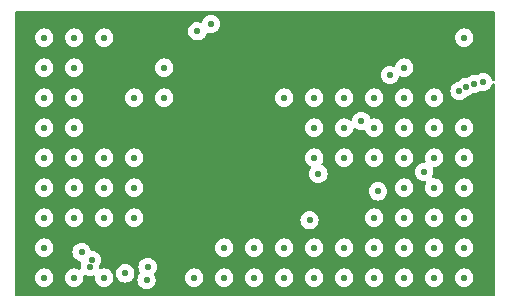
<source format=gbr>
%TF.GenerationSoftware,KiCad,Pcbnew,7.0.8*%
%TF.CreationDate,2023-11-15T14:15:30+01:00*%
%TF.ProjectId,tarjeta-rev1,7461726a-6574-4612-9d72-6576312e6b69,rev?*%
%TF.SameCoordinates,Original*%
%TF.FileFunction,Copper,L2,Inr*%
%TF.FilePolarity,Positive*%
%FSLAX46Y46*%
G04 Gerber Fmt 4.6, Leading zero omitted, Abs format (unit mm)*
G04 Created by KiCad (PCBNEW 7.0.8) date 2023-11-15 14:15:30*
%MOMM*%
%LPD*%
G01*
G04 APERTURE LIST*
%TA.AperFunction,ViaPad*%
%ADD10C,0.550000*%
%TD*%
G04 APERTURE END LIST*
D10*
%TO.N,*%
X626953062Y-182899689D03*
X613850000Y-190750000D03*
X605500000Y-174150000D03*
X591393062Y-182899689D03*
X614253062Y-185439689D03*
X619333062Y-193059689D03*
X593933062Y-175279689D03*
X621873062Y-180359689D03*
X596473062Y-187979689D03*
X600150000Y-194700000D03*
X593933062Y-195599689D03*
X593933062Y-185439689D03*
X609173062Y-195599689D03*
X616793062Y-180359689D03*
X614253062Y-195599689D03*
X621873062Y-190519689D03*
X591393062Y-187979689D03*
X626953062Y-175279689D03*
X628550000Y-179050000D03*
X604350000Y-174750000D03*
X614253062Y-182899689D03*
X621873062Y-185439689D03*
X591393062Y-190519689D03*
X614253062Y-180359689D03*
X619333062Y-182899689D03*
X623550000Y-186650000D03*
X604093062Y-195599689D03*
X591393062Y-175279689D03*
X596473062Y-190519689D03*
X591393062Y-185439689D03*
X624413062Y-195599689D03*
X616793062Y-193059689D03*
X598250000Y-195250000D03*
X596473062Y-185439689D03*
X599013062Y-190519689D03*
X606633062Y-193059689D03*
X626953062Y-187979689D03*
X591393062Y-177819689D03*
X619333062Y-195599689D03*
X599013062Y-185439689D03*
X593933062Y-187979689D03*
X621873062Y-195599689D03*
X627100000Y-179450000D03*
X624413062Y-182899689D03*
X593933062Y-177819689D03*
X624413062Y-185439689D03*
X591393062Y-180359689D03*
X599013062Y-187979689D03*
X626953062Y-195599689D03*
X593933062Y-182899689D03*
X624413062Y-180359689D03*
X619333062Y-180359689D03*
X599013062Y-180359689D03*
X591393062Y-195599689D03*
X609173062Y-193059689D03*
X624413062Y-187979689D03*
X593933062Y-190519689D03*
X619333062Y-185439689D03*
X611713062Y-180359689D03*
X596473062Y-175279689D03*
X614600000Y-186800000D03*
X620650000Y-178450000D03*
X593933062Y-180359689D03*
X594550000Y-193450000D03*
X611713062Y-195599689D03*
X626953062Y-190519689D03*
X626953062Y-185439689D03*
X624413062Y-190519689D03*
X621873062Y-193059689D03*
X621873062Y-187979689D03*
X606633062Y-195599689D03*
X619333062Y-190519689D03*
X595400000Y-194100000D03*
X601553062Y-177819689D03*
X621873062Y-177819689D03*
X596473062Y-195599689D03*
X591393062Y-193059689D03*
X619650000Y-188300000D03*
X600050000Y-195800000D03*
X624413062Y-193059689D03*
X616793062Y-185439689D03*
X616793062Y-182899689D03*
X601553062Y-180359689D03*
X616793062Y-195599689D03*
X595250000Y-194700000D03*
X626953062Y-193059689D03*
X626549454Y-179822596D03*
X614253062Y-193059689D03*
X611713062Y-193059689D03*
X618250000Y-182350000D03*
X627800000Y-179200000D03*
X621873062Y-182899689D03*
%TD*%
%TA.AperFunction,NonConductor*%
G36*
X629426154Y-173049847D02*
G01*
X629493168Y-173069614D01*
X629538858Y-173122474D01*
X629550000Y-173173847D01*
X629550000Y-178830009D01*
X629530315Y-178897048D01*
X629477511Y-178942803D01*
X629408353Y-178952747D01*
X629344797Y-178923722D01*
X629308959Y-178870964D01*
X629280139Y-178788604D01*
X629253122Y-178711394D01*
X629160147Y-178563424D01*
X629036576Y-178439853D01*
X628888606Y-178346878D01*
X628888605Y-178346877D01*
X628888604Y-178346877D01*
X628723658Y-178289159D01*
X628723648Y-178289157D01*
X628550004Y-178269593D01*
X628549996Y-178269593D01*
X628376351Y-178289157D01*
X628376341Y-178289159D01*
X628211392Y-178346878D01*
X628082586Y-178427812D01*
X628015349Y-178446812D01*
X627980448Y-178440698D01*
X627980446Y-178440708D01*
X627980254Y-178440664D01*
X627975663Y-178439860D01*
X627973660Y-178439159D01*
X627973655Y-178439158D01*
X627800004Y-178419593D01*
X627799996Y-178419593D01*
X627626351Y-178439157D01*
X627626341Y-178439159D01*
X627461395Y-178496877D01*
X627313422Y-178589854D01*
X627262369Y-178640906D01*
X627201045Y-178674390D01*
X627160807Y-178676443D01*
X627100005Y-178669593D01*
X627099996Y-178669593D01*
X626926351Y-178689157D01*
X626926341Y-178689159D01*
X626761395Y-178746877D01*
X626613423Y-178839853D01*
X626489851Y-178963425D01*
X626489850Y-178963427D01*
X626463819Y-179004855D01*
X626411484Y-179051145D01*
X626382393Y-179059370D01*
X626382584Y-179060206D01*
X626375794Y-179061755D01*
X626210849Y-179119473D01*
X626062877Y-179212449D01*
X625939307Y-179336019D01*
X625846331Y-179483991D01*
X625788613Y-179648937D01*
X625788611Y-179648947D01*
X625769047Y-179822592D01*
X625769047Y-179822599D01*
X625788611Y-179996244D01*
X625788613Y-179996254D01*
X625846331Y-180161200D01*
X625846332Y-180161202D01*
X625939307Y-180309172D01*
X626062878Y-180432743D01*
X626210848Y-180525718D01*
X626375797Y-180583437D01*
X626375803Y-180583437D01*
X626375805Y-180583438D01*
X626549450Y-180603003D01*
X626549454Y-180603003D01*
X626549458Y-180603003D01*
X626723102Y-180583438D01*
X626723101Y-180583438D01*
X626723111Y-180583437D01*
X626888060Y-180525718D01*
X627036030Y-180432743D01*
X627159601Y-180309172D01*
X627185633Y-180267740D01*
X627237964Y-180221451D01*
X627267054Y-180213234D01*
X627266862Y-180212392D01*
X627273650Y-180210841D01*
X627273657Y-180210841D01*
X627438606Y-180153122D01*
X627586576Y-180060147D01*
X627637627Y-180009094D01*
X627698950Y-179975609D01*
X627739191Y-179973555D01*
X627788095Y-179979065D01*
X627799999Y-179980407D01*
X627800000Y-179980407D01*
X627800003Y-179980407D01*
X627973649Y-179960842D01*
X627973649Y-179960841D01*
X627973657Y-179960841D01*
X628138606Y-179903122D01*
X628267415Y-179822186D01*
X628334650Y-179803187D01*
X628369556Y-179809301D01*
X628369559Y-179809292D01*
X628369752Y-179809336D01*
X628374338Y-179810139D01*
X628376343Y-179810841D01*
X628376347Y-179810841D01*
X628376351Y-179810842D01*
X628549996Y-179830407D01*
X628550000Y-179830407D01*
X628550004Y-179830407D01*
X628723648Y-179810842D01*
X628723647Y-179810842D01*
X628723657Y-179810841D01*
X628888606Y-179753122D01*
X629036576Y-179660147D01*
X629160147Y-179536576D01*
X629253122Y-179388606D01*
X629308959Y-179229034D01*
X629349680Y-179172259D01*
X629414633Y-179146512D01*
X629483195Y-179159968D01*
X629533598Y-179208356D01*
X629550000Y-179269990D01*
X629550000Y-197076000D01*
X629530315Y-197143039D01*
X629477511Y-197188794D01*
X629426000Y-197200000D01*
X589074000Y-197200000D01*
X589006961Y-197180315D01*
X588961206Y-197127511D01*
X588950000Y-197076000D01*
X588950000Y-195599692D01*
X590612655Y-195599692D01*
X590632219Y-195773337D01*
X590632221Y-195773347D01*
X590662594Y-195860146D01*
X590689940Y-195938295D01*
X590782915Y-196086265D01*
X590906486Y-196209836D01*
X591054456Y-196302811D01*
X591219405Y-196360530D01*
X591219411Y-196360530D01*
X591219413Y-196360531D01*
X591393058Y-196380096D01*
X591393062Y-196380096D01*
X591393066Y-196380096D01*
X591566710Y-196360531D01*
X591566709Y-196360531D01*
X591566719Y-196360530D01*
X591731668Y-196302811D01*
X591879638Y-196209836D01*
X592003209Y-196086265D01*
X592096184Y-195938295D01*
X592153903Y-195773346D01*
X592173469Y-195599692D01*
X593152655Y-195599692D01*
X593172219Y-195773337D01*
X593172221Y-195773347D01*
X593202594Y-195860146D01*
X593229940Y-195938295D01*
X593322915Y-196086265D01*
X593446486Y-196209836D01*
X593594456Y-196302811D01*
X593759405Y-196360530D01*
X593759411Y-196360530D01*
X593759413Y-196360531D01*
X593933058Y-196380096D01*
X593933062Y-196380096D01*
X593933066Y-196380096D01*
X594106710Y-196360531D01*
X594106709Y-196360531D01*
X594106719Y-196360530D01*
X594271668Y-196302811D01*
X594419638Y-196209836D01*
X594543209Y-196086265D01*
X594636184Y-195938295D01*
X594693903Y-195773346D01*
X594713469Y-195599689D01*
X594713468Y-195599683D01*
X594703383Y-195510175D01*
X594715437Y-195441353D01*
X594762786Y-195389974D01*
X594830396Y-195372349D01*
X594892573Y-195391296D01*
X594911394Y-195403122D01*
X595076343Y-195460841D01*
X595076349Y-195460841D01*
X595076351Y-195460842D01*
X595249996Y-195480407D01*
X595250000Y-195480407D01*
X595250004Y-195480407D01*
X595423648Y-195460842D01*
X595423647Y-195460842D01*
X595423657Y-195460841D01*
X595533714Y-195422329D01*
X595603489Y-195418767D01*
X595664117Y-195453496D01*
X595696344Y-195515489D01*
X595697886Y-195553253D01*
X595692655Y-195599683D01*
X595692655Y-195599692D01*
X595712219Y-195773337D01*
X595712221Y-195773347D01*
X595742594Y-195860146D01*
X595769940Y-195938295D01*
X595862915Y-196086265D01*
X595986486Y-196209836D01*
X596134456Y-196302811D01*
X596299405Y-196360530D01*
X596299411Y-196360530D01*
X596299413Y-196360531D01*
X596473058Y-196380096D01*
X596473062Y-196380096D01*
X596473066Y-196380096D01*
X596646710Y-196360531D01*
X596646709Y-196360531D01*
X596646719Y-196360530D01*
X596811668Y-196302811D01*
X596959638Y-196209836D01*
X597083209Y-196086265D01*
X597176184Y-195938295D01*
X597233903Y-195773346D01*
X597253469Y-195599689D01*
X597253468Y-195599683D01*
X597233904Y-195426040D01*
X597233903Y-195426038D01*
X597233903Y-195426032D01*
X597176184Y-195261083D01*
X597169222Y-195250003D01*
X597469593Y-195250003D01*
X597489157Y-195423648D01*
X597489159Y-195423658D01*
X597502363Y-195461392D01*
X597546878Y-195588606D01*
X597639853Y-195736576D01*
X597763424Y-195860147D01*
X597911394Y-195953122D01*
X598076343Y-196010841D01*
X598076349Y-196010841D01*
X598076351Y-196010842D01*
X598249996Y-196030407D01*
X598250000Y-196030407D01*
X598250004Y-196030407D01*
X598423648Y-196010842D01*
X598423647Y-196010842D01*
X598423657Y-196010841D01*
X598588606Y-195953122D01*
X598736576Y-195860147D01*
X598796720Y-195800003D01*
X599269593Y-195800003D01*
X599289157Y-195973648D01*
X599289159Y-195973658D01*
X599309017Y-196030407D01*
X599346878Y-196138606D01*
X599439853Y-196286576D01*
X599563424Y-196410147D01*
X599711394Y-196503122D01*
X599876343Y-196560841D01*
X599876349Y-196560841D01*
X599876351Y-196560842D01*
X600049996Y-196580407D01*
X600050000Y-196580407D01*
X600050004Y-196580407D01*
X600223648Y-196560842D01*
X600223647Y-196560842D01*
X600223657Y-196560841D01*
X600388606Y-196503122D01*
X600536576Y-196410147D01*
X600660147Y-196286576D01*
X600753122Y-196138606D01*
X600810841Y-195973657D01*
X600814825Y-195938295D01*
X600830407Y-195800003D01*
X600830407Y-195799996D01*
X600810842Y-195626351D01*
X600810841Y-195626349D01*
X600810841Y-195626343D01*
X600801515Y-195599692D01*
X603312655Y-195599692D01*
X603332219Y-195773337D01*
X603332221Y-195773347D01*
X603362594Y-195860146D01*
X603389940Y-195938295D01*
X603482915Y-196086265D01*
X603606486Y-196209836D01*
X603754456Y-196302811D01*
X603919405Y-196360530D01*
X603919411Y-196360530D01*
X603919413Y-196360531D01*
X604093058Y-196380096D01*
X604093062Y-196380096D01*
X604093066Y-196380096D01*
X604266710Y-196360531D01*
X604266709Y-196360531D01*
X604266719Y-196360530D01*
X604431668Y-196302811D01*
X604579638Y-196209836D01*
X604703209Y-196086265D01*
X604796184Y-195938295D01*
X604853903Y-195773346D01*
X604873469Y-195599692D01*
X605852655Y-195599692D01*
X605872219Y-195773337D01*
X605872221Y-195773347D01*
X605902594Y-195860146D01*
X605929940Y-195938295D01*
X606022915Y-196086265D01*
X606146486Y-196209836D01*
X606294456Y-196302811D01*
X606459405Y-196360530D01*
X606459411Y-196360530D01*
X606459413Y-196360531D01*
X606633058Y-196380096D01*
X606633062Y-196380096D01*
X606633066Y-196380096D01*
X606806710Y-196360531D01*
X606806709Y-196360531D01*
X606806719Y-196360530D01*
X606971668Y-196302811D01*
X607119638Y-196209836D01*
X607243209Y-196086265D01*
X607336184Y-195938295D01*
X607393903Y-195773346D01*
X607413469Y-195599692D01*
X608392655Y-195599692D01*
X608412219Y-195773337D01*
X608412221Y-195773347D01*
X608442594Y-195860146D01*
X608469940Y-195938295D01*
X608562915Y-196086265D01*
X608686486Y-196209836D01*
X608834456Y-196302811D01*
X608999405Y-196360530D01*
X608999411Y-196360530D01*
X608999413Y-196360531D01*
X609173058Y-196380096D01*
X609173062Y-196380096D01*
X609173066Y-196380096D01*
X609346710Y-196360531D01*
X609346709Y-196360531D01*
X609346719Y-196360530D01*
X609511668Y-196302811D01*
X609659638Y-196209836D01*
X609783209Y-196086265D01*
X609876184Y-195938295D01*
X609933903Y-195773346D01*
X609953469Y-195599692D01*
X610932655Y-195599692D01*
X610952219Y-195773337D01*
X610952221Y-195773347D01*
X610982594Y-195860146D01*
X611009940Y-195938295D01*
X611102915Y-196086265D01*
X611226486Y-196209836D01*
X611374456Y-196302811D01*
X611539405Y-196360530D01*
X611539411Y-196360530D01*
X611539413Y-196360531D01*
X611713058Y-196380096D01*
X611713062Y-196380096D01*
X611713066Y-196380096D01*
X611886710Y-196360531D01*
X611886709Y-196360531D01*
X611886719Y-196360530D01*
X612051668Y-196302811D01*
X612199638Y-196209836D01*
X612323209Y-196086265D01*
X612416184Y-195938295D01*
X612473903Y-195773346D01*
X612493469Y-195599692D01*
X613472655Y-195599692D01*
X613492219Y-195773337D01*
X613492221Y-195773347D01*
X613522594Y-195860146D01*
X613549940Y-195938295D01*
X613642915Y-196086265D01*
X613766486Y-196209836D01*
X613914456Y-196302811D01*
X614079405Y-196360530D01*
X614079411Y-196360530D01*
X614079413Y-196360531D01*
X614253058Y-196380096D01*
X614253062Y-196380096D01*
X614253066Y-196380096D01*
X614426710Y-196360531D01*
X614426709Y-196360531D01*
X614426719Y-196360530D01*
X614591668Y-196302811D01*
X614739638Y-196209836D01*
X614863209Y-196086265D01*
X614956184Y-195938295D01*
X615013903Y-195773346D01*
X615033469Y-195599692D01*
X616012655Y-195599692D01*
X616032219Y-195773337D01*
X616032221Y-195773347D01*
X616062594Y-195860146D01*
X616089940Y-195938295D01*
X616182915Y-196086265D01*
X616306486Y-196209836D01*
X616454456Y-196302811D01*
X616619405Y-196360530D01*
X616619411Y-196360530D01*
X616619413Y-196360531D01*
X616793058Y-196380096D01*
X616793062Y-196380096D01*
X616793066Y-196380096D01*
X616966710Y-196360531D01*
X616966709Y-196360531D01*
X616966719Y-196360530D01*
X617131668Y-196302811D01*
X617279638Y-196209836D01*
X617403209Y-196086265D01*
X617496184Y-195938295D01*
X617553903Y-195773346D01*
X617573469Y-195599692D01*
X618552655Y-195599692D01*
X618572219Y-195773337D01*
X618572221Y-195773347D01*
X618602594Y-195860146D01*
X618629940Y-195938295D01*
X618722915Y-196086265D01*
X618846486Y-196209836D01*
X618994456Y-196302811D01*
X619159405Y-196360530D01*
X619159411Y-196360530D01*
X619159413Y-196360531D01*
X619333058Y-196380096D01*
X619333062Y-196380096D01*
X619333066Y-196380096D01*
X619506710Y-196360531D01*
X619506709Y-196360531D01*
X619506719Y-196360530D01*
X619671668Y-196302811D01*
X619819638Y-196209836D01*
X619943209Y-196086265D01*
X620036184Y-195938295D01*
X620093903Y-195773346D01*
X620113469Y-195599692D01*
X621092655Y-195599692D01*
X621112219Y-195773337D01*
X621112221Y-195773347D01*
X621142594Y-195860146D01*
X621169940Y-195938295D01*
X621262915Y-196086265D01*
X621386486Y-196209836D01*
X621534456Y-196302811D01*
X621699405Y-196360530D01*
X621699411Y-196360530D01*
X621699413Y-196360531D01*
X621873058Y-196380096D01*
X621873062Y-196380096D01*
X621873066Y-196380096D01*
X622046710Y-196360531D01*
X622046709Y-196360531D01*
X622046719Y-196360530D01*
X622211668Y-196302811D01*
X622359638Y-196209836D01*
X622483209Y-196086265D01*
X622576184Y-195938295D01*
X622633903Y-195773346D01*
X622653469Y-195599692D01*
X623632655Y-195599692D01*
X623652219Y-195773337D01*
X623652221Y-195773347D01*
X623682594Y-195860146D01*
X623709940Y-195938295D01*
X623802915Y-196086265D01*
X623926486Y-196209836D01*
X624074456Y-196302811D01*
X624239405Y-196360530D01*
X624239411Y-196360530D01*
X624239413Y-196360531D01*
X624413058Y-196380096D01*
X624413062Y-196380096D01*
X624413066Y-196380096D01*
X624586710Y-196360531D01*
X624586709Y-196360531D01*
X624586719Y-196360530D01*
X624751668Y-196302811D01*
X624899638Y-196209836D01*
X625023209Y-196086265D01*
X625116184Y-195938295D01*
X625173903Y-195773346D01*
X625193469Y-195599692D01*
X626172655Y-195599692D01*
X626192219Y-195773337D01*
X626192221Y-195773347D01*
X626222594Y-195860146D01*
X626249940Y-195938295D01*
X626342915Y-196086265D01*
X626466486Y-196209836D01*
X626614456Y-196302811D01*
X626779405Y-196360530D01*
X626779411Y-196360530D01*
X626779413Y-196360531D01*
X626953058Y-196380096D01*
X626953062Y-196380096D01*
X626953066Y-196380096D01*
X627126710Y-196360531D01*
X627126709Y-196360531D01*
X627126719Y-196360530D01*
X627291668Y-196302811D01*
X627439638Y-196209836D01*
X627563209Y-196086265D01*
X627656184Y-195938295D01*
X627713903Y-195773346D01*
X627733469Y-195599689D01*
X627733468Y-195599683D01*
X627713904Y-195426040D01*
X627713903Y-195426038D01*
X627713903Y-195426032D01*
X627656184Y-195261083D01*
X627563209Y-195113113D01*
X627439638Y-194989542D01*
X627291668Y-194896567D01*
X627291667Y-194896566D01*
X627291666Y-194896566D01*
X627126720Y-194838848D01*
X627126710Y-194838846D01*
X626953066Y-194819282D01*
X626953058Y-194819282D01*
X626779413Y-194838846D01*
X626779403Y-194838848D01*
X626614457Y-194896566D01*
X626466485Y-194989542D01*
X626342915Y-195113112D01*
X626249939Y-195261084D01*
X626192221Y-195426030D01*
X626192219Y-195426040D01*
X626172655Y-195599685D01*
X626172655Y-195599692D01*
X625193469Y-195599692D01*
X625193469Y-195599689D01*
X625193468Y-195599683D01*
X625173904Y-195426040D01*
X625173903Y-195426038D01*
X625173903Y-195426032D01*
X625116184Y-195261083D01*
X625023209Y-195113113D01*
X624899638Y-194989542D01*
X624751668Y-194896567D01*
X624751667Y-194896566D01*
X624751666Y-194896566D01*
X624586720Y-194838848D01*
X624586710Y-194838846D01*
X624413066Y-194819282D01*
X624413058Y-194819282D01*
X624239413Y-194838846D01*
X624239403Y-194838848D01*
X624074457Y-194896566D01*
X623926485Y-194989542D01*
X623802915Y-195113112D01*
X623709939Y-195261084D01*
X623652221Y-195426030D01*
X623652219Y-195426040D01*
X623632655Y-195599685D01*
X623632655Y-195599692D01*
X622653469Y-195599692D01*
X622653469Y-195599689D01*
X622653468Y-195599683D01*
X622633904Y-195426040D01*
X622633903Y-195426038D01*
X622633903Y-195426032D01*
X622576184Y-195261083D01*
X622483209Y-195113113D01*
X622359638Y-194989542D01*
X622211668Y-194896567D01*
X622211667Y-194896566D01*
X622211666Y-194896566D01*
X622046720Y-194838848D01*
X622046710Y-194838846D01*
X621873066Y-194819282D01*
X621873058Y-194819282D01*
X621699413Y-194838846D01*
X621699403Y-194838848D01*
X621534457Y-194896566D01*
X621386485Y-194989542D01*
X621262915Y-195113112D01*
X621169939Y-195261084D01*
X621112221Y-195426030D01*
X621112219Y-195426040D01*
X621092655Y-195599685D01*
X621092655Y-195599692D01*
X620113469Y-195599692D01*
X620113469Y-195599689D01*
X620113468Y-195599683D01*
X620093904Y-195426040D01*
X620093903Y-195426038D01*
X620093903Y-195426032D01*
X620036184Y-195261083D01*
X619943209Y-195113113D01*
X619819638Y-194989542D01*
X619671668Y-194896567D01*
X619671667Y-194896566D01*
X619671666Y-194896566D01*
X619506720Y-194838848D01*
X619506710Y-194838846D01*
X619333066Y-194819282D01*
X619333058Y-194819282D01*
X619159413Y-194838846D01*
X619159403Y-194838848D01*
X618994457Y-194896566D01*
X618846485Y-194989542D01*
X618722915Y-195113112D01*
X618629939Y-195261084D01*
X618572221Y-195426030D01*
X618572219Y-195426040D01*
X618552655Y-195599685D01*
X618552655Y-195599692D01*
X617573469Y-195599692D01*
X617573469Y-195599689D01*
X617573468Y-195599683D01*
X617553904Y-195426040D01*
X617553903Y-195426038D01*
X617553903Y-195426032D01*
X617496184Y-195261083D01*
X617403209Y-195113113D01*
X617279638Y-194989542D01*
X617131668Y-194896567D01*
X617131667Y-194896566D01*
X617131666Y-194896566D01*
X616966720Y-194838848D01*
X616966710Y-194838846D01*
X616793066Y-194819282D01*
X616793058Y-194819282D01*
X616619413Y-194838846D01*
X616619403Y-194838848D01*
X616454457Y-194896566D01*
X616306485Y-194989542D01*
X616182915Y-195113112D01*
X616089939Y-195261084D01*
X616032221Y-195426030D01*
X616032219Y-195426040D01*
X616012655Y-195599685D01*
X616012655Y-195599692D01*
X615033469Y-195599692D01*
X615033469Y-195599689D01*
X615033468Y-195599683D01*
X615013904Y-195426040D01*
X615013903Y-195426038D01*
X615013903Y-195426032D01*
X614956184Y-195261083D01*
X614863209Y-195113113D01*
X614739638Y-194989542D01*
X614591668Y-194896567D01*
X614591667Y-194896566D01*
X614591666Y-194896566D01*
X614426720Y-194838848D01*
X614426710Y-194838846D01*
X614253066Y-194819282D01*
X614253058Y-194819282D01*
X614079413Y-194838846D01*
X614079403Y-194838848D01*
X613914457Y-194896566D01*
X613766485Y-194989542D01*
X613642915Y-195113112D01*
X613549939Y-195261084D01*
X613492221Y-195426030D01*
X613492219Y-195426040D01*
X613472655Y-195599685D01*
X613472655Y-195599692D01*
X612493469Y-195599692D01*
X612493469Y-195599689D01*
X612493468Y-195599683D01*
X612473904Y-195426040D01*
X612473903Y-195426038D01*
X612473903Y-195426032D01*
X612416184Y-195261083D01*
X612323209Y-195113113D01*
X612199638Y-194989542D01*
X612051668Y-194896567D01*
X612051667Y-194896566D01*
X612051666Y-194896566D01*
X611886720Y-194838848D01*
X611886710Y-194838846D01*
X611713066Y-194819282D01*
X611713058Y-194819282D01*
X611539413Y-194838846D01*
X611539403Y-194838848D01*
X611374457Y-194896566D01*
X611226485Y-194989542D01*
X611102915Y-195113112D01*
X611009939Y-195261084D01*
X610952221Y-195426030D01*
X610952219Y-195426040D01*
X610932655Y-195599685D01*
X610932655Y-195599692D01*
X609953469Y-195599692D01*
X609953469Y-195599689D01*
X609953468Y-195599683D01*
X609933904Y-195426040D01*
X609933903Y-195426038D01*
X609933903Y-195426032D01*
X609876184Y-195261083D01*
X609783209Y-195113113D01*
X609659638Y-194989542D01*
X609511668Y-194896567D01*
X609511667Y-194896566D01*
X609511666Y-194896566D01*
X609346720Y-194838848D01*
X609346710Y-194838846D01*
X609173066Y-194819282D01*
X609173058Y-194819282D01*
X608999413Y-194838846D01*
X608999403Y-194838848D01*
X608834457Y-194896566D01*
X608686485Y-194989542D01*
X608562915Y-195113112D01*
X608469939Y-195261084D01*
X608412221Y-195426030D01*
X608412219Y-195426040D01*
X608392655Y-195599685D01*
X608392655Y-195599692D01*
X607413469Y-195599692D01*
X607413469Y-195599689D01*
X607413468Y-195599683D01*
X607393904Y-195426040D01*
X607393903Y-195426038D01*
X607393903Y-195426032D01*
X607336184Y-195261083D01*
X607243209Y-195113113D01*
X607119638Y-194989542D01*
X606971668Y-194896567D01*
X606971667Y-194896566D01*
X606971666Y-194896566D01*
X606806720Y-194838848D01*
X606806710Y-194838846D01*
X606633066Y-194819282D01*
X606633058Y-194819282D01*
X606459413Y-194838846D01*
X606459403Y-194838848D01*
X606294457Y-194896566D01*
X606146485Y-194989542D01*
X606022915Y-195113112D01*
X605929939Y-195261084D01*
X605872221Y-195426030D01*
X605872219Y-195426040D01*
X605852655Y-195599685D01*
X605852655Y-195599692D01*
X604873469Y-195599692D01*
X604873469Y-195599689D01*
X604873468Y-195599683D01*
X604853904Y-195426040D01*
X604853903Y-195426038D01*
X604853903Y-195426032D01*
X604796184Y-195261083D01*
X604703209Y-195113113D01*
X604579638Y-194989542D01*
X604431668Y-194896567D01*
X604431667Y-194896566D01*
X604431666Y-194896566D01*
X604266720Y-194838848D01*
X604266710Y-194838846D01*
X604093066Y-194819282D01*
X604093058Y-194819282D01*
X603919413Y-194838846D01*
X603919403Y-194838848D01*
X603754457Y-194896566D01*
X603606485Y-194989542D01*
X603482915Y-195113112D01*
X603389939Y-195261084D01*
X603332221Y-195426030D01*
X603332219Y-195426040D01*
X603312655Y-195599685D01*
X603312655Y-195599692D01*
X600801515Y-195599692D01*
X600753122Y-195461394D01*
X600752774Y-195460840D01*
X600702397Y-195380664D01*
X600683397Y-195313427D01*
X600703765Y-195246592D01*
X600719706Y-195227016D01*
X600760147Y-195186576D01*
X600853122Y-195038606D01*
X600910841Y-194873657D01*
X600914763Y-194838846D01*
X600930407Y-194700003D01*
X600930407Y-194699996D01*
X600910842Y-194526351D01*
X600910841Y-194526349D01*
X600910841Y-194526343D01*
X600853122Y-194361394D01*
X600760147Y-194213424D01*
X600636576Y-194089853D01*
X600488606Y-193996878D01*
X600488605Y-193996877D01*
X600488604Y-193996877D01*
X600323658Y-193939159D01*
X600323648Y-193939157D01*
X600150004Y-193919593D01*
X600149996Y-193919593D01*
X599976351Y-193939157D01*
X599976341Y-193939159D01*
X599811395Y-193996877D01*
X599663423Y-194089853D01*
X599539853Y-194213423D01*
X599446877Y-194361395D01*
X599389159Y-194526341D01*
X599389157Y-194526351D01*
X599369593Y-194699996D01*
X599369593Y-194700003D01*
X599389157Y-194873648D01*
X599389159Y-194873658D01*
X599446878Y-195038607D01*
X599497602Y-195119335D01*
X599516602Y-195186572D01*
X599496234Y-195253407D01*
X599480290Y-195272986D01*
X599439853Y-195313423D01*
X599346877Y-195461395D01*
X599289159Y-195626341D01*
X599289157Y-195626351D01*
X599269593Y-195799996D01*
X599269593Y-195800003D01*
X598796720Y-195800003D01*
X598860147Y-195736576D01*
X598953122Y-195588606D01*
X599010841Y-195423657D01*
X599023630Y-195310147D01*
X599030407Y-195250003D01*
X599030407Y-195249996D01*
X599010842Y-195076351D01*
X599010841Y-195076349D01*
X599010841Y-195076343D01*
X598953122Y-194911394D01*
X598860147Y-194763424D01*
X598736576Y-194639853D01*
X598588606Y-194546878D01*
X598588605Y-194546877D01*
X598588604Y-194546877D01*
X598423658Y-194489159D01*
X598423648Y-194489157D01*
X598250004Y-194469593D01*
X598249996Y-194469593D01*
X598076351Y-194489157D01*
X598076341Y-194489159D01*
X597911395Y-194546877D01*
X597763423Y-194639853D01*
X597639853Y-194763423D01*
X597546877Y-194911395D01*
X597489159Y-195076341D01*
X597489157Y-195076351D01*
X597469593Y-195249996D01*
X597469593Y-195250003D01*
X597169222Y-195250003D01*
X597083209Y-195113113D01*
X596959638Y-194989542D01*
X596811668Y-194896567D01*
X596811667Y-194896566D01*
X596811666Y-194896566D01*
X596646720Y-194838848D01*
X596646710Y-194838846D01*
X596473066Y-194819282D01*
X596473058Y-194819282D01*
X596299413Y-194838846D01*
X596299411Y-194838846D01*
X596299405Y-194838847D01*
X596299405Y-194838848D01*
X596189348Y-194877359D01*
X596119571Y-194880920D01*
X596058943Y-194846191D01*
X596026716Y-194784198D01*
X596025175Y-194746432D01*
X596030407Y-194700001D01*
X596030407Y-194699998D01*
X596021348Y-194619597D01*
X596033402Y-194550775D01*
X596039575Y-194539740D01*
X596071357Y-194489159D01*
X596103122Y-194438606D01*
X596160841Y-194273657D01*
X596167154Y-194217628D01*
X596180407Y-194100003D01*
X596180407Y-194099996D01*
X596160842Y-193926351D01*
X596160841Y-193926349D01*
X596160841Y-193926343D01*
X596103122Y-193761394D01*
X596010147Y-193613424D01*
X595886576Y-193489853D01*
X595738606Y-193396878D01*
X595738605Y-193396877D01*
X595738604Y-193396877D01*
X595573658Y-193339159D01*
X595573648Y-193339157D01*
X595400361Y-193319633D01*
X595335947Y-193292567D01*
X595297203Y-193237368D01*
X595253122Y-193111395D01*
X595253122Y-193111394D01*
X595220636Y-193059692D01*
X605852655Y-193059692D01*
X605872219Y-193233337D01*
X605872221Y-193233347D01*
X605909246Y-193339157D01*
X605929940Y-193398295D01*
X606022915Y-193546265D01*
X606146486Y-193669836D01*
X606294456Y-193762811D01*
X606459405Y-193820530D01*
X606459411Y-193820530D01*
X606459413Y-193820531D01*
X606633058Y-193840096D01*
X606633062Y-193840096D01*
X606633066Y-193840096D01*
X606806710Y-193820531D01*
X606806709Y-193820531D01*
X606806719Y-193820530D01*
X606971668Y-193762811D01*
X607119638Y-193669836D01*
X607243209Y-193546265D01*
X607336184Y-193398295D01*
X607393903Y-193233346D01*
X607407643Y-193111395D01*
X607413469Y-193059692D01*
X608392655Y-193059692D01*
X608412219Y-193233337D01*
X608412221Y-193233347D01*
X608449246Y-193339157D01*
X608469940Y-193398295D01*
X608562915Y-193546265D01*
X608686486Y-193669836D01*
X608834456Y-193762811D01*
X608999405Y-193820530D01*
X608999411Y-193820530D01*
X608999413Y-193820531D01*
X609173058Y-193840096D01*
X609173062Y-193840096D01*
X609173066Y-193840096D01*
X609346710Y-193820531D01*
X609346709Y-193820531D01*
X609346719Y-193820530D01*
X609511668Y-193762811D01*
X609659638Y-193669836D01*
X609783209Y-193546265D01*
X609876184Y-193398295D01*
X609933903Y-193233346D01*
X609947643Y-193111395D01*
X609953469Y-193059692D01*
X610932655Y-193059692D01*
X610952219Y-193233337D01*
X610952221Y-193233347D01*
X610989246Y-193339157D01*
X611009940Y-193398295D01*
X611102915Y-193546265D01*
X611226486Y-193669836D01*
X611374456Y-193762811D01*
X611539405Y-193820530D01*
X611539411Y-193820530D01*
X611539413Y-193820531D01*
X611713058Y-193840096D01*
X611713062Y-193840096D01*
X611713066Y-193840096D01*
X611886710Y-193820531D01*
X611886709Y-193820531D01*
X611886719Y-193820530D01*
X612051668Y-193762811D01*
X612199638Y-193669836D01*
X612323209Y-193546265D01*
X612416184Y-193398295D01*
X612473903Y-193233346D01*
X612487643Y-193111395D01*
X612493469Y-193059692D01*
X613472655Y-193059692D01*
X613492219Y-193233337D01*
X613492221Y-193233347D01*
X613529246Y-193339157D01*
X613549940Y-193398295D01*
X613642915Y-193546265D01*
X613766486Y-193669836D01*
X613914456Y-193762811D01*
X614079405Y-193820530D01*
X614079411Y-193820530D01*
X614079413Y-193820531D01*
X614253058Y-193840096D01*
X614253062Y-193840096D01*
X614253066Y-193840096D01*
X614426710Y-193820531D01*
X614426709Y-193820531D01*
X614426719Y-193820530D01*
X614591668Y-193762811D01*
X614739638Y-193669836D01*
X614863209Y-193546265D01*
X614956184Y-193398295D01*
X615013903Y-193233346D01*
X615027643Y-193111395D01*
X615033469Y-193059692D01*
X616012655Y-193059692D01*
X616032219Y-193233337D01*
X616032221Y-193233347D01*
X616069246Y-193339157D01*
X616089940Y-193398295D01*
X616182915Y-193546265D01*
X616306486Y-193669836D01*
X616454456Y-193762811D01*
X616619405Y-193820530D01*
X616619411Y-193820530D01*
X616619413Y-193820531D01*
X616793058Y-193840096D01*
X616793062Y-193840096D01*
X616793066Y-193840096D01*
X616966710Y-193820531D01*
X616966709Y-193820531D01*
X616966719Y-193820530D01*
X617131668Y-193762811D01*
X617279638Y-193669836D01*
X617403209Y-193546265D01*
X617496184Y-193398295D01*
X617553903Y-193233346D01*
X617567643Y-193111395D01*
X617573469Y-193059692D01*
X618552655Y-193059692D01*
X618572219Y-193233337D01*
X618572221Y-193233347D01*
X618609246Y-193339157D01*
X618629940Y-193398295D01*
X618722915Y-193546265D01*
X618846486Y-193669836D01*
X618994456Y-193762811D01*
X619159405Y-193820530D01*
X619159411Y-193820530D01*
X619159413Y-193820531D01*
X619333058Y-193840096D01*
X619333062Y-193840096D01*
X619333066Y-193840096D01*
X619506710Y-193820531D01*
X619506709Y-193820531D01*
X619506719Y-193820530D01*
X619671668Y-193762811D01*
X619819638Y-193669836D01*
X619943209Y-193546265D01*
X620036184Y-193398295D01*
X620093903Y-193233346D01*
X620107643Y-193111395D01*
X620113469Y-193059692D01*
X621092655Y-193059692D01*
X621112219Y-193233337D01*
X621112221Y-193233347D01*
X621149246Y-193339157D01*
X621169940Y-193398295D01*
X621262915Y-193546265D01*
X621386486Y-193669836D01*
X621534456Y-193762811D01*
X621699405Y-193820530D01*
X621699411Y-193820530D01*
X621699413Y-193820531D01*
X621873058Y-193840096D01*
X621873062Y-193840096D01*
X621873066Y-193840096D01*
X622046710Y-193820531D01*
X622046709Y-193820531D01*
X622046719Y-193820530D01*
X622211668Y-193762811D01*
X622359638Y-193669836D01*
X622483209Y-193546265D01*
X622576184Y-193398295D01*
X622633903Y-193233346D01*
X622647643Y-193111395D01*
X622653469Y-193059692D01*
X623632655Y-193059692D01*
X623652219Y-193233337D01*
X623652221Y-193233347D01*
X623689246Y-193339157D01*
X623709940Y-193398295D01*
X623802915Y-193546265D01*
X623926486Y-193669836D01*
X624074456Y-193762811D01*
X624239405Y-193820530D01*
X624239411Y-193820530D01*
X624239413Y-193820531D01*
X624413058Y-193840096D01*
X624413062Y-193840096D01*
X624413066Y-193840096D01*
X624586710Y-193820531D01*
X624586709Y-193820531D01*
X624586719Y-193820530D01*
X624751668Y-193762811D01*
X624899638Y-193669836D01*
X625023209Y-193546265D01*
X625116184Y-193398295D01*
X625173903Y-193233346D01*
X625187643Y-193111395D01*
X625193469Y-193059692D01*
X626172655Y-193059692D01*
X626192219Y-193233337D01*
X626192221Y-193233347D01*
X626229246Y-193339157D01*
X626249940Y-193398295D01*
X626342915Y-193546265D01*
X626466486Y-193669836D01*
X626614456Y-193762811D01*
X626779405Y-193820530D01*
X626779411Y-193820530D01*
X626779413Y-193820531D01*
X626953058Y-193840096D01*
X626953062Y-193840096D01*
X626953066Y-193840096D01*
X627126710Y-193820531D01*
X627126709Y-193820531D01*
X627126719Y-193820530D01*
X627291668Y-193762811D01*
X627439638Y-193669836D01*
X627563209Y-193546265D01*
X627656184Y-193398295D01*
X627713903Y-193233346D01*
X627727643Y-193111395D01*
X627733469Y-193059692D01*
X627733469Y-193059685D01*
X627713904Y-192886040D01*
X627713903Y-192886038D01*
X627713903Y-192886032D01*
X627656184Y-192721083D01*
X627563209Y-192573113D01*
X627439638Y-192449542D01*
X627291668Y-192356567D01*
X627291667Y-192356566D01*
X627291666Y-192356566D01*
X627126720Y-192298848D01*
X627126710Y-192298846D01*
X626953066Y-192279282D01*
X626953058Y-192279282D01*
X626779413Y-192298846D01*
X626779403Y-192298848D01*
X626614457Y-192356566D01*
X626466485Y-192449542D01*
X626342915Y-192573112D01*
X626249939Y-192721084D01*
X626192221Y-192886030D01*
X626192219Y-192886040D01*
X626172655Y-193059685D01*
X626172655Y-193059692D01*
X625193469Y-193059692D01*
X625193469Y-193059685D01*
X625173904Y-192886040D01*
X625173903Y-192886038D01*
X625173903Y-192886032D01*
X625116184Y-192721083D01*
X625023209Y-192573113D01*
X624899638Y-192449542D01*
X624751668Y-192356567D01*
X624751667Y-192356566D01*
X624751666Y-192356566D01*
X624586720Y-192298848D01*
X624586710Y-192298846D01*
X624413066Y-192279282D01*
X624413058Y-192279282D01*
X624239413Y-192298846D01*
X624239403Y-192298848D01*
X624074457Y-192356566D01*
X623926485Y-192449542D01*
X623802915Y-192573112D01*
X623709939Y-192721084D01*
X623652221Y-192886030D01*
X623652219Y-192886040D01*
X623632655Y-193059685D01*
X623632655Y-193059692D01*
X622653469Y-193059692D01*
X622653469Y-193059685D01*
X622633904Y-192886040D01*
X622633903Y-192886038D01*
X622633903Y-192886032D01*
X622576184Y-192721083D01*
X622483209Y-192573113D01*
X622359638Y-192449542D01*
X622211668Y-192356567D01*
X622211667Y-192356566D01*
X622211666Y-192356566D01*
X622046720Y-192298848D01*
X622046710Y-192298846D01*
X621873066Y-192279282D01*
X621873058Y-192279282D01*
X621699413Y-192298846D01*
X621699403Y-192298848D01*
X621534457Y-192356566D01*
X621386485Y-192449542D01*
X621262915Y-192573112D01*
X621169939Y-192721084D01*
X621112221Y-192886030D01*
X621112219Y-192886040D01*
X621092655Y-193059685D01*
X621092655Y-193059692D01*
X620113469Y-193059692D01*
X620113469Y-193059685D01*
X620093904Y-192886040D01*
X620093903Y-192886038D01*
X620093903Y-192886032D01*
X620036184Y-192721083D01*
X619943209Y-192573113D01*
X619819638Y-192449542D01*
X619671668Y-192356567D01*
X619671667Y-192356566D01*
X619671666Y-192356566D01*
X619506720Y-192298848D01*
X619506710Y-192298846D01*
X619333066Y-192279282D01*
X619333058Y-192279282D01*
X619159413Y-192298846D01*
X619159403Y-192298848D01*
X618994457Y-192356566D01*
X618846485Y-192449542D01*
X618722915Y-192573112D01*
X618629939Y-192721084D01*
X618572221Y-192886030D01*
X618572219Y-192886040D01*
X618552655Y-193059685D01*
X618552655Y-193059692D01*
X617573469Y-193059692D01*
X617573469Y-193059685D01*
X617553904Y-192886040D01*
X617553903Y-192886038D01*
X617553903Y-192886032D01*
X617496184Y-192721083D01*
X617403209Y-192573113D01*
X617279638Y-192449542D01*
X617131668Y-192356567D01*
X617131667Y-192356566D01*
X617131666Y-192356566D01*
X616966720Y-192298848D01*
X616966710Y-192298846D01*
X616793066Y-192279282D01*
X616793058Y-192279282D01*
X616619413Y-192298846D01*
X616619403Y-192298848D01*
X616454457Y-192356566D01*
X616306485Y-192449542D01*
X616182915Y-192573112D01*
X616089939Y-192721084D01*
X616032221Y-192886030D01*
X616032219Y-192886040D01*
X616012655Y-193059685D01*
X616012655Y-193059692D01*
X615033469Y-193059692D01*
X615033469Y-193059685D01*
X615013904Y-192886040D01*
X615013903Y-192886038D01*
X615013903Y-192886032D01*
X614956184Y-192721083D01*
X614863209Y-192573113D01*
X614739638Y-192449542D01*
X614591668Y-192356567D01*
X614591667Y-192356566D01*
X614591666Y-192356566D01*
X614426720Y-192298848D01*
X614426710Y-192298846D01*
X614253066Y-192279282D01*
X614253058Y-192279282D01*
X614079413Y-192298846D01*
X614079403Y-192298848D01*
X613914457Y-192356566D01*
X613766485Y-192449542D01*
X613642915Y-192573112D01*
X613549939Y-192721084D01*
X613492221Y-192886030D01*
X613492219Y-192886040D01*
X613472655Y-193059685D01*
X613472655Y-193059692D01*
X612493469Y-193059692D01*
X612493469Y-193059685D01*
X612473904Y-192886040D01*
X612473903Y-192886038D01*
X612473903Y-192886032D01*
X612416184Y-192721083D01*
X612323209Y-192573113D01*
X612199638Y-192449542D01*
X612051668Y-192356567D01*
X612051667Y-192356566D01*
X612051666Y-192356566D01*
X611886720Y-192298848D01*
X611886710Y-192298846D01*
X611713066Y-192279282D01*
X611713058Y-192279282D01*
X611539413Y-192298846D01*
X611539403Y-192298848D01*
X611374457Y-192356566D01*
X611226485Y-192449542D01*
X611102915Y-192573112D01*
X611009939Y-192721084D01*
X610952221Y-192886030D01*
X610952219Y-192886040D01*
X610932655Y-193059685D01*
X610932655Y-193059692D01*
X609953469Y-193059692D01*
X609953469Y-193059685D01*
X609933904Y-192886040D01*
X609933903Y-192886038D01*
X609933903Y-192886032D01*
X609876184Y-192721083D01*
X609783209Y-192573113D01*
X609659638Y-192449542D01*
X609511668Y-192356567D01*
X609511667Y-192356566D01*
X609511666Y-192356566D01*
X609346720Y-192298848D01*
X609346710Y-192298846D01*
X609173066Y-192279282D01*
X609173058Y-192279282D01*
X608999413Y-192298846D01*
X608999403Y-192298848D01*
X608834457Y-192356566D01*
X608686485Y-192449542D01*
X608562915Y-192573112D01*
X608469939Y-192721084D01*
X608412221Y-192886030D01*
X608412219Y-192886040D01*
X608392655Y-193059685D01*
X608392655Y-193059692D01*
X607413469Y-193059692D01*
X607413469Y-193059685D01*
X607393904Y-192886040D01*
X607393903Y-192886038D01*
X607393903Y-192886032D01*
X607336184Y-192721083D01*
X607243209Y-192573113D01*
X607119638Y-192449542D01*
X606971668Y-192356567D01*
X606971667Y-192356566D01*
X606971666Y-192356566D01*
X606806720Y-192298848D01*
X606806710Y-192298846D01*
X606633066Y-192279282D01*
X606633058Y-192279282D01*
X606459413Y-192298846D01*
X606459403Y-192298848D01*
X606294457Y-192356566D01*
X606146485Y-192449542D01*
X606022915Y-192573112D01*
X605929939Y-192721084D01*
X605872221Y-192886030D01*
X605872219Y-192886040D01*
X605852655Y-193059685D01*
X605852655Y-193059692D01*
X595220636Y-193059692D01*
X595160147Y-192963424D01*
X595036576Y-192839853D01*
X594888606Y-192746878D01*
X594888605Y-192746877D01*
X594888604Y-192746877D01*
X594723658Y-192689159D01*
X594723648Y-192689157D01*
X594550004Y-192669593D01*
X594549996Y-192669593D01*
X594376351Y-192689157D01*
X594376341Y-192689159D01*
X594211395Y-192746877D01*
X594063423Y-192839853D01*
X593939853Y-192963423D01*
X593846877Y-193111395D01*
X593789159Y-193276341D01*
X593789157Y-193276351D01*
X593769593Y-193449996D01*
X593769593Y-193450003D01*
X593789157Y-193623648D01*
X593789159Y-193623658D01*
X593846877Y-193788604D01*
X593846878Y-193788606D01*
X593939853Y-193936576D01*
X594063424Y-194060147D01*
X594211394Y-194153122D01*
X594376343Y-194210841D01*
X594376348Y-194210841D01*
X594376350Y-194210842D01*
X594436578Y-194217628D01*
X594500992Y-194244694D01*
X594540547Y-194302288D01*
X594542686Y-194372125D01*
X594539736Y-194381803D01*
X594489159Y-194526340D01*
X594489157Y-194526351D01*
X594469593Y-194699996D01*
X594469593Y-194700003D01*
X594479678Y-194789514D01*
X594467623Y-194858336D01*
X594420274Y-194909715D01*
X594352664Y-194927339D01*
X594290488Y-194908392D01*
X594271668Y-194896567D01*
X594226952Y-194880920D01*
X594106720Y-194838848D01*
X594106710Y-194838846D01*
X593933066Y-194819282D01*
X593933058Y-194819282D01*
X593759413Y-194838846D01*
X593759403Y-194838848D01*
X593594457Y-194896566D01*
X593446485Y-194989542D01*
X593322915Y-195113112D01*
X593229939Y-195261084D01*
X593172221Y-195426030D01*
X593172219Y-195426040D01*
X593152655Y-195599685D01*
X593152655Y-195599692D01*
X592173469Y-195599692D01*
X592173469Y-195599689D01*
X592173468Y-195599683D01*
X592153904Y-195426040D01*
X592153903Y-195426038D01*
X592153903Y-195426032D01*
X592096184Y-195261083D01*
X592003209Y-195113113D01*
X591879638Y-194989542D01*
X591731668Y-194896567D01*
X591731667Y-194896566D01*
X591731666Y-194896566D01*
X591566720Y-194838848D01*
X591566710Y-194838846D01*
X591393066Y-194819282D01*
X591393058Y-194819282D01*
X591219413Y-194838846D01*
X591219403Y-194838848D01*
X591054457Y-194896566D01*
X590906485Y-194989542D01*
X590782915Y-195113112D01*
X590689939Y-195261084D01*
X590632221Y-195426030D01*
X590632219Y-195426040D01*
X590612655Y-195599685D01*
X590612655Y-195599692D01*
X588950000Y-195599692D01*
X588950000Y-193059692D01*
X590612655Y-193059692D01*
X590632219Y-193233337D01*
X590632221Y-193233347D01*
X590669246Y-193339157D01*
X590689940Y-193398295D01*
X590782915Y-193546265D01*
X590906486Y-193669836D01*
X591054456Y-193762811D01*
X591219405Y-193820530D01*
X591219411Y-193820530D01*
X591219413Y-193820531D01*
X591393058Y-193840096D01*
X591393062Y-193840096D01*
X591393066Y-193840096D01*
X591566710Y-193820531D01*
X591566709Y-193820531D01*
X591566719Y-193820530D01*
X591731668Y-193762811D01*
X591879638Y-193669836D01*
X592003209Y-193546265D01*
X592096184Y-193398295D01*
X592153903Y-193233346D01*
X592167643Y-193111395D01*
X592173469Y-193059692D01*
X592173469Y-193059685D01*
X592153904Y-192886040D01*
X592153903Y-192886038D01*
X592153903Y-192886032D01*
X592096184Y-192721083D01*
X592003209Y-192573113D01*
X591879638Y-192449542D01*
X591731668Y-192356567D01*
X591731667Y-192356566D01*
X591731666Y-192356566D01*
X591566720Y-192298848D01*
X591566710Y-192298846D01*
X591393066Y-192279282D01*
X591393058Y-192279282D01*
X591219413Y-192298846D01*
X591219403Y-192298848D01*
X591054457Y-192356566D01*
X590906485Y-192449542D01*
X590782915Y-192573112D01*
X590689939Y-192721084D01*
X590632221Y-192886030D01*
X590632219Y-192886040D01*
X590612655Y-193059685D01*
X590612655Y-193059692D01*
X588950000Y-193059692D01*
X588950000Y-190519692D01*
X590612655Y-190519692D01*
X590632219Y-190693337D01*
X590632221Y-190693346D01*
X590689940Y-190858295D01*
X590782915Y-191006265D01*
X590906486Y-191129836D01*
X591054456Y-191222811D01*
X591219405Y-191280530D01*
X591219411Y-191280530D01*
X591219413Y-191280531D01*
X591393058Y-191300096D01*
X591393062Y-191300096D01*
X591393066Y-191300096D01*
X591566710Y-191280531D01*
X591566709Y-191280531D01*
X591566719Y-191280530D01*
X591731668Y-191222811D01*
X591879638Y-191129836D01*
X592003209Y-191006265D01*
X592096184Y-190858295D01*
X592153903Y-190693346D01*
X592173469Y-190519692D01*
X593152655Y-190519692D01*
X593172219Y-190693337D01*
X593172221Y-190693346D01*
X593229940Y-190858295D01*
X593322915Y-191006265D01*
X593446486Y-191129836D01*
X593594456Y-191222811D01*
X593759405Y-191280530D01*
X593759411Y-191280530D01*
X593759413Y-191280531D01*
X593933058Y-191300096D01*
X593933062Y-191300096D01*
X593933066Y-191300096D01*
X594106710Y-191280531D01*
X594106709Y-191280531D01*
X594106719Y-191280530D01*
X594271668Y-191222811D01*
X594419638Y-191129836D01*
X594543209Y-191006265D01*
X594636184Y-190858295D01*
X594693903Y-190693346D01*
X594713469Y-190519692D01*
X595692655Y-190519692D01*
X595712219Y-190693337D01*
X595712221Y-190693346D01*
X595769940Y-190858295D01*
X595862915Y-191006265D01*
X595986486Y-191129836D01*
X596134456Y-191222811D01*
X596299405Y-191280530D01*
X596299411Y-191280530D01*
X596299413Y-191280531D01*
X596473058Y-191300096D01*
X596473062Y-191300096D01*
X596473066Y-191300096D01*
X596646710Y-191280531D01*
X596646709Y-191280531D01*
X596646719Y-191280530D01*
X596811668Y-191222811D01*
X596959638Y-191129836D01*
X597083209Y-191006265D01*
X597176184Y-190858295D01*
X597233903Y-190693346D01*
X597253469Y-190519692D01*
X598232655Y-190519692D01*
X598252219Y-190693337D01*
X598252221Y-190693346D01*
X598309940Y-190858295D01*
X598402915Y-191006265D01*
X598526486Y-191129836D01*
X598674456Y-191222811D01*
X598839405Y-191280530D01*
X598839411Y-191280530D01*
X598839413Y-191280531D01*
X599013058Y-191300096D01*
X599013062Y-191300096D01*
X599013066Y-191300096D01*
X599186710Y-191280531D01*
X599186709Y-191280531D01*
X599186719Y-191280530D01*
X599351668Y-191222811D01*
X599499638Y-191129836D01*
X599623209Y-191006265D01*
X599716184Y-190858295D01*
X599754078Y-190750003D01*
X613069593Y-190750003D01*
X613089157Y-190923648D01*
X613089159Y-190923657D01*
X613146878Y-191088606D01*
X613239853Y-191236576D01*
X613363424Y-191360147D01*
X613511394Y-191453122D01*
X613676343Y-191510841D01*
X613676349Y-191510841D01*
X613676351Y-191510842D01*
X613849996Y-191530407D01*
X613850000Y-191530407D01*
X613850004Y-191530407D01*
X614023648Y-191510842D01*
X614023647Y-191510842D01*
X614023657Y-191510841D01*
X614188606Y-191453122D01*
X614336576Y-191360147D01*
X614460147Y-191236576D01*
X614553122Y-191088606D01*
X614610841Y-190923657D01*
X614630407Y-190750000D01*
X614610841Y-190576343D01*
X614591018Y-190519692D01*
X618552655Y-190519692D01*
X618572219Y-190693337D01*
X618572221Y-190693346D01*
X618629940Y-190858295D01*
X618722915Y-191006265D01*
X618846486Y-191129836D01*
X618994456Y-191222811D01*
X619159405Y-191280530D01*
X619159411Y-191280530D01*
X619159413Y-191280531D01*
X619333058Y-191300096D01*
X619333062Y-191300096D01*
X619333066Y-191300096D01*
X619506710Y-191280531D01*
X619506709Y-191280531D01*
X619506719Y-191280530D01*
X619671668Y-191222811D01*
X619819638Y-191129836D01*
X619943209Y-191006265D01*
X620036184Y-190858295D01*
X620093903Y-190693346D01*
X620113469Y-190519692D01*
X621092655Y-190519692D01*
X621112219Y-190693337D01*
X621112221Y-190693346D01*
X621169940Y-190858295D01*
X621262915Y-191006265D01*
X621386486Y-191129836D01*
X621534456Y-191222811D01*
X621699405Y-191280530D01*
X621699411Y-191280530D01*
X621699413Y-191280531D01*
X621873058Y-191300096D01*
X621873062Y-191300096D01*
X621873066Y-191300096D01*
X622046710Y-191280531D01*
X622046709Y-191280531D01*
X622046719Y-191280530D01*
X622211668Y-191222811D01*
X622359638Y-191129836D01*
X622483209Y-191006265D01*
X622576184Y-190858295D01*
X622633903Y-190693346D01*
X622653469Y-190519692D01*
X623632655Y-190519692D01*
X623652219Y-190693337D01*
X623652221Y-190693346D01*
X623709940Y-190858295D01*
X623802915Y-191006265D01*
X623926486Y-191129836D01*
X624074456Y-191222811D01*
X624239405Y-191280530D01*
X624239411Y-191280530D01*
X624239413Y-191280531D01*
X624413058Y-191300096D01*
X624413062Y-191300096D01*
X624413066Y-191300096D01*
X624586710Y-191280531D01*
X624586709Y-191280531D01*
X624586719Y-191280530D01*
X624751668Y-191222811D01*
X624899638Y-191129836D01*
X625023209Y-191006265D01*
X625116184Y-190858295D01*
X625173903Y-190693346D01*
X625193469Y-190519692D01*
X626172655Y-190519692D01*
X626192219Y-190693337D01*
X626192221Y-190693346D01*
X626249940Y-190858295D01*
X626342915Y-191006265D01*
X626466486Y-191129836D01*
X626614456Y-191222811D01*
X626779405Y-191280530D01*
X626779411Y-191280530D01*
X626779413Y-191280531D01*
X626953058Y-191300096D01*
X626953062Y-191300096D01*
X626953066Y-191300096D01*
X627126710Y-191280531D01*
X627126709Y-191280531D01*
X627126719Y-191280530D01*
X627291668Y-191222811D01*
X627439638Y-191129836D01*
X627563209Y-191006265D01*
X627656184Y-190858295D01*
X627713903Y-190693346D01*
X627733469Y-190519689D01*
X627721267Y-190411395D01*
X627713904Y-190346040D01*
X627713903Y-190346038D01*
X627713903Y-190346032D01*
X627656184Y-190181083D01*
X627563209Y-190033113D01*
X627439638Y-189909542D01*
X627291668Y-189816567D01*
X627291667Y-189816566D01*
X627291666Y-189816566D01*
X627126720Y-189758848D01*
X627126710Y-189758846D01*
X626953066Y-189739282D01*
X626953058Y-189739282D01*
X626779413Y-189758846D01*
X626779403Y-189758848D01*
X626614457Y-189816566D01*
X626466485Y-189909542D01*
X626342915Y-190033112D01*
X626249939Y-190181084D01*
X626192221Y-190346030D01*
X626192219Y-190346040D01*
X626172655Y-190519685D01*
X626172655Y-190519692D01*
X625193469Y-190519692D01*
X625193469Y-190519689D01*
X625181267Y-190411395D01*
X625173904Y-190346040D01*
X625173903Y-190346038D01*
X625173903Y-190346032D01*
X625116184Y-190181083D01*
X625023209Y-190033113D01*
X624899638Y-189909542D01*
X624751668Y-189816567D01*
X624751667Y-189816566D01*
X624751666Y-189816566D01*
X624586720Y-189758848D01*
X624586710Y-189758846D01*
X624413066Y-189739282D01*
X624413058Y-189739282D01*
X624239413Y-189758846D01*
X624239403Y-189758848D01*
X624074457Y-189816566D01*
X623926485Y-189909542D01*
X623802915Y-190033112D01*
X623709939Y-190181084D01*
X623652221Y-190346030D01*
X623652219Y-190346040D01*
X623632655Y-190519685D01*
X623632655Y-190519692D01*
X622653469Y-190519692D01*
X622653469Y-190519689D01*
X622641267Y-190411395D01*
X622633904Y-190346040D01*
X622633903Y-190346038D01*
X622633903Y-190346032D01*
X622576184Y-190181083D01*
X622483209Y-190033113D01*
X622359638Y-189909542D01*
X622211668Y-189816567D01*
X622211667Y-189816566D01*
X622211666Y-189816566D01*
X622046720Y-189758848D01*
X622046710Y-189758846D01*
X621873066Y-189739282D01*
X621873058Y-189739282D01*
X621699413Y-189758846D01*
X621699403Y-189758848D01*
X621534457Y-189816566D01*
X621386485Y-189909542D01*
X621262915Y-190033112D01*
X621169939Y-190181084D01*
X621112221Y-190346030D01*
X621112219Y-190346040D01*
X621092655Y-190519685D01*
X621092655Y-190519692D01*
X620113469Y-190519692D01*
X620113469Y-190519689D01*
X620101267Y-190411395D01*
X620093904Y-190346040D01*
X620093903Y-190346038D01*
X620093903Y-190346032D01*
X620036184Y-190181083D01*
X619943209Y-190033113D01*
X619819638Y-189909542D01*
X619671668Y-189816567D01*
X619671667Y-189816566D01*
X619671666Y-189816566D01*
X619506720Y-189758848D01*
X619506710Y-189758846D01*
X619333066Y-189739282D01*
X619333058Y-189739282D01*
X619159413Y-189758846D01*
X619159403Y-189758848D01*
X618994457Y-189816566D01*
X618846485Y-189909542D01*
X618722915Y-190033112D01*
X618629939Y-190181084D01*
X618572221Y-190346030D01*
X618572219Y-190346040D01*
X618552655Y-190519685D01*
X618552655Y-190519692D01*
X614591018Y-190519692D01*
X614553122Y-190411394D01*
X614460147Y-190263424D01*
X614336576Y-190139853D01*
X614188606Y-190046878D01*
X614188605Y-190046877D01*
X614188604Y-190046877D01*
X614023658Y-189989159D01*
X614023648Y-189989157D01*
X613850004Y-189969593D01*
X613849996Y-189969593D01*
X613676351Y-189989157D01*
X613676341Y-189989159D01*
X613511395Y-190046877D01*
X613363423Y-190139853D01*
X613239853Y-190263423D01*
X613146877Y-190411395D01*
X613089159Y-190576341D01*
X613089157Y-190576351D01*
X613069593Y-190749996D01*
X613069593Y-190750003D01*
X599754078Y-190750003D01*
X599773903Y-190693346D01*
X599793469Y-190519689D01*
X599781267Y-190411395D01*
X599773904Y-190346040D01*
X599773903Y-190346038D01*
X599773903Y-190346032D01*
X599716184Y-190181083D01*
X599623209Y-190033113D01*
X599499638Y-189909542D01*
X599351668Y-189816567D01*
X599351667Y-189816566D01*
X599351666Y-189816566D01*
X599186720Y-189758848D01*
X599186710Y-189758846D01*
X599013066Y-189739282D01*
X599013058Y-189739282D01*
X598839413Y-189758846D01*
X598839403Y-189758848D01*
X598674457Y-189816566D01*
X598526485Y-189909542D01*
X598402915Y-190033112D01*
X598309939Y-190181084D01*
X598252221Y-190346030D01*
X598252219Y-190346040D01*
X598232655Y-190519685D01*
X598232655Y-190519692D01*
X597253469Y-190519692D01*
X597253469Y-190519689D01*
X597241267Y-190411395D01*
X597233904Y-190346040D01*
X597233903Y-190346038D01*
X597233903Y-190346032D01*
X597176184Y-190181083D01*
X597083209Y-190033113D01*
X596959638Y-189909542D01*
X596811668Y-189816567D01*
X596811667Y-189816566D01*
X596811666Y-189816566D01*
X596646720Y-189758848D01*
X596646710Y-189758846D01*
X596473066Y-189739282D01*
X596473058Y-189739282D01*
X596299413Y-189758846D01*
X596299403Y-189758848D01*
X596134457Y-189816566D01*
X595986485Y-189909542D01*
X595862915Y-190033112D01*
X595769939Y-190181084D01*
X595712221Y-190346030D01*
X595712219Y-190346040D01*
X595692655Y-190519685D01*
X595692655Y-190519692D01*
X594713469Y-190519692D01*
X594713469Y-190519689D01*
X594701267Y-190411395D01*
X594693904Y-190346040D01*
X594693903Y-190346038D01*
X594693903Y-190346032D01*
X594636184Y-190181083D01*
X594543209Y-190033113D01*
X594419638Y-189909542D01*
X594271668Y-189816567D01*
X594271667Y-189816566D01*
X594271666Y-189816566D01*
X594106720Y-189758848D01*
X594106710Y-189758846D01*
X593933066Y-189739282D01*
X593933058Y-189739282D01*
X593759413Y-189758846D01*
X593759403Y-189758848D01*
X593594457Y-189816566D01*
X593446485Y-189909542D01*
X593322915Y-190033112D01*
X593229939Y-190181084D01*
X593172221Y-190346030D01*
X593172219Y-190346040D01*
X593152655Y-190519685D01*
X593152655Y-190519692D01*
X592173469Y-190519692D01*
X592173469Y-190519689D01*
X592161267Y-190411395D01*
X592153904Y-190346040D01*
X592153903Y-190346038D01*
X592153903Y-190346032D01*
X592096184Y-190181083D01*
X592003209Y-190033113D01*
X591879638Y-189909542D01*
X591731668Y-189816567D01*
X591731667Y-189816566D01*
X591731666Y-189816566D01*
X591566720Y-189758848D01*
X591566710Y-189758846D01*
X591393066Y-189739282D01*
X591393058Y-189739282D01*
X591219413Y-189758846D01*
X591219403Y-189758848D01*
X591054457Y-189816566D01*
X590906485Y-189909542D01*
X590782915Y-190033112D01*
X590689939Y-190181084D01*
X590632221Y-190346030D01*
X590632219Y-190346040D01*
X590612655Y-190519685D01*
X590612655Y-190519692D01*
X588950000Y-190519692D01*
X588950000Y-187979692D01*
X590612655Y-187979692D01*
X590632219Y-188153337D01*
X590632221Y-188153346D01*
X590689940Y-188318295D01*
X590782915Y-188466265D01*
X590906486Y-188589836D01*
X591054456Y-188682811D01*
X591219405Y-188740530D01*
X591219411Y-188740530D01*
X591219413Y-188740531D01*
X591393058Y-188760096D01*
X591393062Y-188760096D01*
X591393066Y-188760096D01*
X591566710Y-188740531D01*
X591566709Y-188740531D01*
X591566719Y-188740530D01*
X591731668Y-188682811D01*
X591879638Y-188589836D01*
X592003209Y-188466265D01*
X592096184Y-188318295D01*
X592153903Y-188153346D01*
X592173469Y-187979692D01*
X593152655Y-187979692D01*
X593172219Y-188153337D01*
X593172221Y-188153346D01*
X593229940Y-188318295D01*
X593322915Y-188466265D01*
X593446486Y-188589836D01*
X593594456Y-188682811D01*
X593759405Y-188740530D01*
X593759411Y-188740530D01*
X593759413Y-188740531D01*
X593933058Y-188760096D01*
X593933062Y-188760096D01*
X593933066Y-188760096D01*
X594106710Y-188740531D01*
X594106709Y-188740531D01*
X594106719Y-188740530D01*
X594271668Y-188682811D01*
X594419638Y-188589836D01*
X594543209Y-188466265D01*
X594636184Y-188318295D01*
X594693903Y-188153346D01*
X594713469Y-187979692D01*
X595692655Y-187979692D01*
X595712219Y-188153337D01*
X595712221Y-188153346D01*
X595769940Y-188318295D01*
X595862915Y-188466265D01*
X595986486Y-188589836D01*
X596134456Y-188682811D01*
X596299405Y-188740530D01*
X596299411Y-188740530D01*
X596299413Y-188740531D01*
X596473058Y-188760096D01*
X596473062Y-188760096D01*
X596473066Y-188760096D01*
X596646710Y-188740531D01*
X596646709Y-188740531D01*
X596646719Y-188740530D01*
X596811668Y-188682811D01*
X596959638Y-188589836D01*
X597083209Y-188466265D01*
X597176184Y-188318295D01*
X597233903Y-188153346D01*
X597253469Y-187979692D01*
X598232655Y-187979692D01*
X598252219Y-188153337D01*
X598252221Y-188153346D01*
X598309940Y-188318295D01*
X598402915Y-188466265D01*
X598526486Y-188589836D01*
X598674456Y-188682811D01*
X598839405Y-188740530D01*
X598839411Y-188740530D01*
X598839413Y-188740531D01*
X599013058Y-188760096D01*
X599013062Y-188760096D01*
X599013066Y-188760096D01*
X599186710Y-188740531D01*
X599186709Y-188740531D01*
X599186719Y-188740530D01*
X599351668Y-188682811D01*
X599499638Y-188589836D01*
X599623209Y-188466265D01*
X599716184Y-188318295D01*
X599722585Y-188300003D01*
X618869593Y-188300003D01*
X618889157Y-188473648D01*
X618889159Y-188473657D01*
X618946878Y-188638606D01*
X619039853Y-188786576D01*
X619163424Y-188910147D01*
X619311394Y-189003122D01*
X619476343Y-189060841D01*
X619476349Y-189060841D01*
X619476351Y-189060842D01*
X619649996Y-189080407D01*
X619650000Y-189080407D01*
X619650004Y-189080407D01*
X619823648Y-189060842D01*
X619823647Y-189060842D01*
X619823657Y-189060841D01*
X619988606Y-189003122D01*
X620136576Y-188910147D01*
X620260147Y-188786576D01*
X620353122Y-188638606D01*
X620410841Y-188473657D01*
X620430407Y-188300000D01*
X620413883Y-188153346D01*
X620410842Y-188126351D01*
X620410841Y-188126349D01*
X620410841Y-188126343D01*
X620359525Y-187979692D01*
X621092655Y-187979692D01*
X621112219Y-188153337D01*
X621112221Y-188153346D01*
X621169940Y-188318295D01*
X621262915Y-188466265D01*
X621386486Y-188589836D01*
X621534456Y-188682811D01*
X621699405Y-188740530D01*
X621699411Y-188740530D01*
X621699413Y-188740531D01*
X621873058Y-188760096D01*
X621873062Y-188760096D01*
X621873066Y-188760096D01*
X622046710Y-188740531D01*
X622046709Y-188740531D01*
X622046719Y-188740530D01*
X622211668Y-188682811D01*
X622359638Y-188589836D01*
X622483209Y-188466265D01*
X622576184Y-188318295D01*
X622633903Y-188153346D01*
X622653469Y-187979689D01*
X622633903Y-187806032D01*
X622576184Y-187641083D01*
X622483209Y-187493113D01*
X622359638Y-187369542D01*
X622211668Y-187276567D01*
X622211667Y-187276566D01*
X622211666Y-187276566D01*
X622046720Y-187218848D01*
X622046710Y-187218846D01*
X621873066Y-187199282D01*
X621873058Y-187199282D01*
X621699413Y-187218846D01*
X621699403Y-187218848D01*
X621534457Y-187276566D01*
X621386485Y-187369542D01*
X621262915Y-187493112D01*
X621169939Y-187641084D01*
X621112221Y-187806030D01*
X621112219Y-187806040D01*
X621092655Y-187979685D01*
X621092655Y-187979692D01*
X620359525Y-187979692D01*
X620353122Y-187961394D01*
X620260147Y-187813424D01*
X620136576Y-187689853D01*
X619988606Y-187596878D01*
X619988605Y-187596877D01*
X619988604Y-187596877D01*
X619823658Y-187539159D01*
X619823648Y-187539157D01*
X619650004Y-187519593D01*
X619649996Y-187519593D01*
X619476351Y-187539157D01*
X619476341Y-187539159D01*
X619311395Y-187596877D01*
X619163423Y-187689853D01*
X619039853Y-187813423D01*
X618946877Y-187961395D01*
X618889159Y-188126341D01*
X618889157Y-188126351D01*
X618869593Y-188299996D01*
X618869593Y-188300003D01*
X599722585Y-188300003D01*
X599773903Y-188153346D01*
X599793469Y-187979689D01*
X599773903Y-187806032D01*
X599716184Y-187641083D01*
X599623209Y-187493113D01*
X599499638Y-187369542D01*
X599351668Y-187276567D01*
X599351667Y-187276566D01*
X599351666Y-187276566D01*
X599186720Y-187218848D01*
X599186710Y-187218846D01*
X599013066Y-187199282D01*
X599013058Y-187199282D01*
X598839413Y-187218846D01*
X598839403Y-187218848D01*
X598674457Y-187276566D01*
X598526485Y-187369542D01*
X598402915Y-187493112D01*
X598309939Y-187641084D01*
X598252221Y-187806030D01*
X598252219Y-187806040D01*
X598232655Y-187979685D01*
X598232655Y-187979692D01*
X597253469Y-187979692D01*
X597253469Y-187979689D01*
X597233903Y-187806032D01*
X597176184Y-187641083D01*
X597083209Y-187493113D01*
X596959638Y-187369542D01*
X596811668Y-187276567D01*
X596811667Y-187276566D01*
X596811666Y-187276566D01*
X596646720Y-187218848D01*
X596646710Y-187218846D01*
X596473066Y-187199282D01*
X596473058Y-187199282D01*
X596299413Y-187218846D01*
X596299403Y-187218848D01*
X596134457Y-187276566D01*
X595986485Y-187369542D01*
X595862915Y-187493112D01*
X595769939Y-187641084D01*
X595712221Y-187806030D01*
X595712219Y-187806040D01*
X595692655Y-187979685D01*
X595692655Y-187979692D01*
X594713469Y-187979692D01*
X594713469Y-187979689D01*
X594693903Y-187806032D01*
X594636184Y-187641083D01*
X594543209Y-187493113D01*
X594419638Y-187369542D01*
X594271668Y-187276567D01*
X594271667Y-187276566D01*
X594271666Y-187276566D01*
X594106720Y-187218848D01*
X594106710Y-187218846D01*
X593933066Y-187199282D01*
X593933058Y-187199282D01*
X593759413Y-187218846D01*
X593759403Y-187218848D01*
X593594457Y-187276566D01*
X593446485Y-187369542D01*
X593322915Y-187493112D01*
X593229939Y-187641084D01*
X593172221Y-187806030D01*
X593172219Y-187806040D01*
X593152655Y-187979685D01*
X593152655Y-187979692D01*
X592173469Y-187979692D01*
X592173469Y-187979689D01*
X592153903Y-187806032D01*
X592096184Y-187641083D01*
X592003209Y-187493113D01*
X591879638Y-187369542D01*
X591731668Y-187276567D01*
X591731667Y-187276566D01*
X591731666Y-187276566D01*
X591566720Y-187218848D01*
X591566710Y-187218846D01*
X591393066Y-187199282D01*
X591393058Y-187199282D01*
X591219413Y-187218846D01*
X591219403Y-187218848D01*
X591054457Y-187276566D01*
X590906485Y-187369542D01*
X590782915Y-187493112D01*
X590689939Y-187641084D01*
X590632221Y-187806030D01*
X590632219Y-187806040D01*
X590612655Y-187979685D01*
X590612655Y-187979692D01*
X588950000Y-187979692D01*
X588950000Y-185439692D01*
X590612655Y-185439692D01*
X590632219Y-185613337D01*
X590632221Y-185613347D01*
X590689939Y-185778293D01*
X590689940Y-185778295D01*
X590782915Y-185926265D01*
X590906486Y-186049836D01*
X591054456Y-186142811D01*
X591219405Y-186200530D01*
X591219411Y-186200530D01*
X591219413Y-186200531D01*
X591393058Y-186220096D01*
X591393062Y-186220096D01*
X591393066Y-186220096D01*
X591566710Y-186200531D01*
X591566709Y-186200531D01*
X591566719Y-186200530D01*
X591731668Y-186142811D01*
X591879638Y-186049836D01*
X592003209Y-185926265D01*
X592096184Y-185778295D01*
X592153903Y-185613346D01*
X592173469Y-185439692D01*
X593152655Y-185439692D01*
X593172219Y-185613337D01*
X593172221Y-185613347D01*
X593229939Y-185778293D01*
X593229940Y-185778295D01*
X593322915Y-185926265D01*
X593446486Y-186049836D01*
X593594456Y-186142811D01*
X593759405Y-186200530D01*
X593759411Y-186200530D01*
X593759413Y-186200531D01*
X593933058Y-186220096D01*
X593933062Y-186220096D01*
X593933066Y-186220096D01*
X594106710Y-186200531D01*
X594106709Y-186200531D01*
X594106719Y-186200530D01*
X594271668Y-186142811D01*
X594419638Y-186049836D01*
X594543209Y-185926265D01*
X594636184Y-185778295D01*
X594693903Y-185613346D01*
X594713469Y-185439692D01*
X595692655Y-185439692D01*
X595712219Y-185613337D01*
X595712221Y-185613347D01*
X595769939Y-185778293D01*
X595769940Y-185778295D01*
X595862915Y-185926265D01*
X595986486Y-186049836D01*
X596134456Y-186142811D01*
X596299405Y-186200530D01*
X596299411Y-186200530D01*
X596299413Y-186200531D01*
X596473058Y-186220096D01*
X596473062Y-186220096D01*
X596473066Y-186220096D01*
X596646710Y-186200531D01*
X596646709Y-186200531D01*
X596646719Y-186200530D01*
X596811668Y-186142811D01*
X596959638Y-186049836D01*
X597083209Y-185926265D01*
X597176184Y-185778295D01*
X597233903Y-185613346D01*
X597253469Y-185439692D01*
X598232655Y-185439692D01*
X598252219Y-185613337D01*
X598252221Y-185613347D01*
X598309939Y-185778293D01*
X598309940Y-185778295D01*
X598402915Y-185926265D01*
X598526486Y-186049836D01*
X598674456Y-186142811D01*
X598839405Y-186200530D01*
X598839411Y-186200530D01*
X598839413Y-186200531D01*
X599013058Y-186220096D01*
X599013062Y-186220096D01*
X599013066Y-186220096D01*
X599186710Y-186200531D01*
X599186709Y-186200531D01*
X599186719Y-186200530D01*
X599351668Y-186142811D01*
X599499638Y-186049836D01*
X599623209Y-185926265D01*
X599716184Y-185778295D01*
X599773903Y-185613346D01*
X599793469Y-185439692D01*
X613472655Y-185439692D01*
X613492219Y-185613337D01*
X613492221Y-185613347D01*
X613549939Y-185778293D01*
X613549940Y-185778295D01*
X613642915Y-185926265D01*
X613766486Y-186049836D01*
X613914456Y-186142811D01*
X613917379Y-186143833D01*
X613919012Y-186145005D01*
X613920727Y-186145831D01*
X613920582Y-186146131D01*
X613974155Y-186184554D01*
X613999903Y-186249506D01*
X613986448Y-186318068D01*
X613981419Y-186326847D01*
X613896877Y-186461395D01*
X613839159Y-186626341D01*
X613839157Y-186626351D01*
X613819593Y-186799996D01*
X613819593Y-186800003D01*
X613839157Y-186973648D01*
X613839159Y-186973658D01*
X613896877Y-187138604D01*
X613896878Y-187138606D01*
X613989853Y-187286576D01*
X614113424Y-187410147D01*
X614261394Y-187503122D01*
X614426343Y-187560841D01*
X614426349Y-187560841D01*
X614426351Y-187560842D01*
X614599996Y-187580407D01*
X614600000Y-187580407D01*
X614600004Y-187580407D01*
X614773648Y-187560842D01*
X614773647Y-187560842D01*
X614773657Y-187560841D01*
X614938606Y-187503122D01*
X615086576Y-187410147D01*
X615210147Y-187286576D01*
X615303122Y-187138606D01*
X615360841Y-186973657D01*
X615361621Y-186966726D01*
X615380407Y-186800003D01*
X615380407Y-186799996D01*
X615363507Y-186650003D01*
X622769593Y-186650003D01*
X622789157Y-186823648D01*
X622789159Y-186823657D01*
X622846878Y-186988606D01*
X622939853Y-187136576D01*
X623063424Y-187260147D01*
X623211394Y-187353122D01*
X623376343Y-187410841D01*
X623376349Y-187410841D01*
X623376351Y-187410842D01*
X623549996Y-187430407D01*
X623550000Y-187430407D01*
X623550002Y-187430407D01*
X623579666Y-187427064D01*
X623608718Y-187423791D01*
X623677540Y-187435845D01*
X623728919Y-187483194D01*
X623746544Y-187550804D01*
X623727597Y-187612981D01*
X623709940Y-187641082D01*
X623652221Y-187806030D01*
X623652219Y-187806040D01*
X623632655Y-187979685D01*
X623632655Y-187979692D01*
X623652219Y-188153337D01*
X623652221Y-188153346D01*
X623709940Y-188318295D01*
X623802915Y-188466265D01*
X623926486Y-188589836D01*
X624074456Y-188682811D01*
X624239405Y-188740530D01*
X624239411Y-188740530D01*
X624239413Y-188740531D01*
X624413058Y-188760096D01*
X624413062Y-188760096D01*
X624413066Y-188760096D01*
X624586710Y-188740531D01*
X624586709Y-188740531D01*
X624586719Y-188740530D01*
X624751668Y-188682811D01*
X624899638Y-188589836D01*
X625023209Y-188466265D01*
X625116184Y-188318295D01*
X625173903Y-188153346D01*
X625193469Y-187979692D01*
X626172655Y-187979692D01*
X626192219Y-188153337D01*
X626192221Y-188153346D01*
X626249940Y-188318295D01*
X626342915Y-188466265D01*
X626466486Y-188589836D01*
X626614456Y-188682811D01*
X626779405Y-188740530D01*
X626779411Y-188740530D01*
X626779413Y-188740531D01*
X626953058Y-188760096D01*
X626953062Y-188760096D01*
X626953066Y-188760096D01*
X627126710Y-188740531D01*
X627126709Y-188740531D01*
X627126719Y-188740530D01*
X627291668Y-188682811D01*
X627439638Y-188589836D01*
X627563209Y-188466265D01*
X627656184Y-188318295D01*
X627713903Y-188153346D01*
X627733469Y-187979689D01*
X627713903Y-187806032D01*
X627656184Y-187641083D01*
X627563209Y-187493113D01*
X627439638Y-187369542D01*
X627291668Y-187276567D01*
X627291667Y-187276566D01*
X627291666Y-187276566D01*
X627126720Y-187218848D01*
X627126710Y-187218846D01*
X626953066Y-187199282D01*
X626953058Y-187199282D01*
X626779413Y-187218846D01*
X626779403Y-187218848D01*
X626614457Y-187276566D01*
X626466485Y-187369542D01*
X626342915Y-187493112D01*
X626249939Y-187641084D01*
X626192221Y-187806030D01*
X626192219Y-187806040D01*
X626172655Y-187979685D01*
X626172655Y-187979692D01*
X625193469Y-187979692D01*
X625193469Y-187979689D01*
X625173903Y-187806032D01*
X625116184Y-187641083D01*
X625023209Y-187493113D01*
X624899638Y-187369542D01*
X624751668Y-187276567D01*
X624751667Y-187276566D01*
X624751666Y-187276566D01*
X624586720Y-187218848D01*
X624586710Y-187218846D01*
X624413066Y-187199282D01*
X624413057Y-187199282D01*
X624354341Y-187205897D01*
X624285519Y-187193842D01*
X624234141Y-187146492D01*
X624216517Y-187078882D01*
X624235464Y-187016708D01*
X624253122Y-186988606D01*
X624310841Y-186823657D01*
X624330407Y-186650000D01*
X624327742Y-186626351D01*
X624310842Y-186476351D01*
X624310841Y-186476349D01*
X624310841Y-186476343D01*
X624278479Y-186383859D01*
X624274917Y-186314080D01*
X624309645Y-186253453D01*
X624371639Y-186221225D01*
X624409405Y-186219684D01*
X624413061Y-186220096D01*
X624413062Y-186220096D01*
X624413066Y-186220096D01*
X624586710Y-186200531D01*
X624586709Y-186200531D01*
X624586719Y-186200530D01*
X624751668Y-186142811D01*
X624899638Y-186049836D01*
X625023209Y-185926265D01*
X625116184Y-185778295D01*
X625173903Y-185613346D01*
X625193469Y-185439692D01*
X626172655Y-185439692D01*
X626192219Y-185613337D01*
X626192221Y-185613347D01*
X626249939Y-185778293D01*
X626249940Y-185778295D01*
X626342915Y-185926265D01*
X626466486Y-186049836D01*
X626614456Y-186142811D01*
X626779405Y-186200530D01*
X626779411Y-186200530D01*
X626779413Y-186200531D01*
X626953058Y-186220096D01*
X626953062Y-186220096D01*
X626953066Y-186220096D01*
X627126710Y-186200531D01*
X627126709Y-186200531D01*
X627126719Y-186200530D01*
X627291668Y-186142811D01*
X627439638Y-186049836D01*
X627563209Y-185926265D01*
X627656184Y-185778295D01*
X627713903Y-185613346D01*
X627733469Y-185439689D01*
X627713903Y-185266032D01*
X627656184Y-185101083D01*
X627563209Y-184953113D01*
X627439638Y-184829542D01*
X627291668Y-184736567D01*
X627291667Y-184736566D01*
X627291666Y-184736566D01*
X627126720Y-184678848D01*
X627126710Y-184678846D01*
X626953066Y-184659282D01*
X626953058Y-184659282D01*
X626779413Y-184678846D01*
X626779403Y-184678848D01*
X626614457Y-184736566D01*
X626466485Y-184829542D01*
X626342915Y-184953112D01*
X626249939Y-185101084D01*
X626192221Y-185266030D01*
X626192219Y-185266040D01*
X626172655Y-185439685D01*
X626172655Y-185439692D01*
X625193469Y-185439692D01*
X625193469Y-185439689D01*
X625173903Y-185266032D01*
X625116184Y-185101083D01*
X625023209Y-184953113D01*
X624899638Y-184829542D01*
X624751668Y-184736567D01*
X624751667Y-184736566D01*
X624751666Y-184736566D01*
X624586720Y-184678848D01*
X624586710Y-184678846D01*
X624413066Y-184659282D01*
X624413058Y-184659282D01*
X624239413Y-184678846D01*
X624239403Y-184678848D01*
X624074457Y-184736566D01*
X623926485Y-184829542D01*
X623802915Y-184953112D01*
X623709939Y-185101084D01*
X623652221Y-185266030D01*
X623652219Y-185266040D01*
X623632655Y-185439685D01*
X623632655Y-185439692D01*
X623652219Y-185613337D01*
X623652220Y-185613342D01*
X623652220Y-185613344D01*
X623652221Y-185613346D01*
X623682533Y-185699972D01*
X623684583Y-185705830D01*
X623688144Y-185775608D01*
X623653415Y-185836236D01*
X623591422Y-185868463D01*
X623553666Y-185870005D01*
X623550007Y-185869593D01*
X623549996Y-185869593D01*
X623376351Y-185889157D01*
X623376341Y-185889159D01*
X623211395Y-185946877D01*
X623063423Y-186039853D01*
X622939853Y-186163423D01*
X622846877Y-186311395D01*
X622789159Y-186476341D01*
X622789157Y-186476351D01*
X622769593Y-186649996D01*
X622769593Y-186650003D01*
X615363507Y-186650003D01*
X615360842Y-186626351D01*
X615360841Y-186626349D01*
X615360841Y-186626343D01*
X615303122Y-186461394D01*
X615210147Y-186313424D01*
X615086576Y-186189853D01*
X614938606Y-186096878D01*
X614935675Y-186095852D01*
X614934038Y-186094678D01*
X614932335Y-186093858D01*
X614932478Y-186093559D01*
X614878902Y-186055128D01*
X614853158Y-185990174D01*
X614866617Y-185921613D01*
X614871623Y-185912873D01*
X614956184Y-185778295D01*
X615013903Y-185613346D01*
X615033469Y-185439692D01*
X616012655Y-185439692D01*
X616032219Y-185613337D01*
X616032221Y-185613347D01*
X616089939Y-185778293D01*
X616089940Y-185778295D01*
X616182915Y-185926265D01*
X616306486Y-186049836D01*
X616454456Y-186142811D01*
X616619405Y-186200530D01*
X616619411Y-186200530D01*
X616619413Y-186200531D01*
X616793058Y-186220096D01*
X616793062Y-186220096D01*
X616793066Y-186220096D01*
X616966710Y-186200531D01*
X616966709Y-186200531D01*
X616966719Y-186200530D01*
X617131668Y-186142811D01*
X617279638Y-186049836D01*
X617403209Y-185926265D01*
X617496184Y-185778295D01*
X617553903Y-185613346D01*
X617573469Y-185439692D01*
X618552655Y-185439692D01*
X618572219Y-185613337D01*
X618572221Y-185613347D01*
X618629939Y-185778293D01*
X618629940Y-185778295D01*
X618722915Y-185926265D01*
X618846486Y-186049836D01*
X618994456Y-186142811D01*
X619159405Y-186200530D01*
X619159411Y-186200530D01*
X619159413Y-186200531D01*
X619333058Y-186220096D01*
X619333062Y-186220096D01*
X619333066Y-186220096D01*
X619506710Y-186200531D01*
X619506709Y-186200531D01*
X619506719Y-186200530D01*
X619671668Y-186142811D01*
X619819638Y-186049836D01*
X619943209Y-185926265D01*
X620036184Y-185778295D01*
X620093903Y-185613346D01*
X620113469Y-185439692D01*
X621092655Y-185439692D01*
X621112219Y-185613337D01*
X621112221Y-185613347D01*
X621169939Y-185778293D01*
X621169940Y-185778295D01*
X621262915Y-185926265D01*
X621386486Y-186049836D01*
X621534456Y-186142811D01*
X621699405Y-186200530D01*
X621699411Y-186200530D01*
X621699413Y-186200531D01*
X621873058Y-186220096D01*
X621873062Y-186220096D01*
X621873066Y-186220096D01*
X622046710Y-186200531D01*
X622046709Y-186200531D01*
X622046719Y-186200530D01*
X622211668Y-186142811D01*
X622359638Y-186049836D01*
X622483209Y-185926265D01*
X622576184Y-185778295D01*
X622633903Y-185613346D01*
X622653469Y-185439689D01*
X622633903Y-185266032D01*
X622576184Y-185101083D01*
X622483209Y-184953113D01*
X622359638Y-184829542D01*
X622211668Y-184736567D01*
X622211667Y-184736566D01*
X622211666Y-184736566D01*
X622046720Y-184678848D01*
X622046710Y-184678846D01*
X621873066Y-184659282D01*
X621873058Y-184659282D01*
X621699413Y-184678846D01*
X621699403Y-184678848D01*
X621534457Y-184736566D01*
X621386485Y-184829542D01*
X621262915Y-184953112D01*
X621169939Y-185101084D01*
X621112221Y-185266030D01*
X621112219Y-185266040D01*
X621092655Y-185439685D01*
X621092655Y-185439692D01*
X620113469Y-185439692D01*
X620113469Y-185439689D01*
X620093903Y-185266032D01*
X620036184Y-185101083D01*
X619943209Y-184953113D01*
X619819638Y-184829542D01*
X619671668Y-184736567D01*
X619671667Y-184736566D01*
X619671666Y-184736566D01*
X619506720Y-184678848D01*
X619506710Y-184678846D01*
X619333066Y-184659282D01*
X619333058Y-184659282D01*
X619159413Y-184678846D01*
X619159403Y-184678848D01*
X618994457Y-184736566D01*
X618846485Y-184829542D01*
X618722915Y-184953112D01*
X618629939Y-185101084D01*
X618572221Y-185266030D01*
X618572219Y-185266040D01*
X618552655Y-185439685D01*
X618552655Y-185439692D01*
X617573469Y-185439692D01*
X617573469Y-185439689D01*
X617553903Y-185266032D01*
X617496184Y-185101083D01*
X617403209Y-184953113D01*
X617279638Y-184829542D01*
X617131668Y-184736567D01*
X617131667Y-184736566D01*
X617131666Y-184736566D01*
X616966720Y-184678848D01*
X616966710Y-184678846D01*
X616793066Y-184659282D01*
X616793058Y-184659282D01*
X616619413Y-184678846D01*
X616619403Y-184678848D01*
X616454457Y-184736566D01*
X616306485Y-184829542D01*
X616182915Y-184953112D01*
X616089939Y-185101084D01*
X616032221Y-185266030D01*
X616032219Y-185266040D01*
X616012655Y-185439685D01*
X616012655Y-185439692D01*
X615033469Y-185439692D01*
X615033469Y-185439689D01*
X615013903Y-185266032D01*
X614956184Y-185101083D01*
X614863209Y-184953113D01*
X614739638Y-184829542D01*
X614591668Y-184736567D01*
X614591667Y-184736566D01*
X614591666Y-184736566D01*
X614426720Y-184678848D01*
X614426710Y-184678846D01*
X614253066Y-184659282D01*
X614253058Y-184659282D01*
X614079413Y-184678846D01*
X614079403Y-184678848D01*
X613914457Y-184736566D01*
X613766485Y-184829542D01*
X613642915Y-184953112D01*
X613549939Y-185101084D01*
X613492221Y-185266030D01*
X613492219Y-185266040D01*
X613472655Y-185439685D01*
X613472655Y-185439692D01*
X599793469Y-185439692D01*
X599793469Y-185439689D01*
X599773903Y-185266032D01*
X599716184Y-185101083D01*
X599623209Y-184953113D01*
X599499638Y-184829542D01*
X599351668Y-184736567D01*
X599351667Y-184736566D01*
X599351666Y-184736566D01*
X599186720Y-184678848D01*
X599186710Y-184678846D01*
X599013066Y-184659282D01*
X599013058Y-184659282D01*
X598839413Y-184678846D01*
X598839403Y-184678848D01*
X598674457Y-184736566D01*
X598526485Y-184829542D01*
X598402915Y-184953112D01*
X598309939Y-185101084D01*
X598252221Y-185266030D01*
X598252219Y-185266040D01*
X598232655Y-185439685D01*
X598232655Y-185439692D01*
X597253469Y-185439692D01*
X597253469Y-185439689D01*
X597233903Y-185266032D01*
X597176184Y-185101083D01*
X597083209Y-184953113D01*
X596959638Y-184829542D01*
X596811668Y-184736567D01*
X596811667Y-184736566D01*
X596811666Y-184736566D01*
X596646720Y-184678848D01*
X596646710Y-184678846D01*
X596473066Y-184659282D01*
X596473058Y-184659282D01*
X596299413Y-184678846D01*
X596299403Y-184678848D01*
X596134457Y-184736566D01*
X595986485Y-184829542D01*
X595862915Y-184953112D01*
X595769939Y-185101084D01*
X595712221Y-185266030D01*
X595712219Y-185266040D01*
X595692655Y-185439685D01*
X595692655Y-185439692D01*
X594713469Y-185439692D01*
X594713469Y-185439689D01*
X594693903Y-185266032D01*
X594636184Y-185101083D01*
X594543209Y-184953113D01*
X594419638Y-184829542D01*
X594271668Y-184736567D01*
X594271667Y-184736566D01*
X594271666Y-184736566D01*
X594106720Y-184678848D01*
X594106710Y-184678846D01*
X593933066Y-184659282D01*
X593933058Y-184659282D01*
X593759413Y-184678846D01*
X593759403Y-184678848D01*
X593594457Y-184736566D01*
X593446485Y-184829542D01*
X593322915Y-184953112D01*
X593229939Y-185101084D01*
X593172221Y-185266030D01*
X593172219Y-185266040D01*
X593152655Y-185439685D01*
X593152655Y-185439692D01*
X592173469Y-185439692D01*
X592173469Y-185439689D01*
X592153903Y-185266032D01*
X592096184Y-185101083D01*
X592003209Y-184953113D01*
X591879638Y-184829542D01*
X591731668Y-184736567D01*
X591731667Y-184736566D01*
X591731666Y-184736566D01*
X591566720Y-184678848D01*
X591566710Y-184678846D01*
X591393066Y-184659282D01*
X591393058Y-184659282D01*
X591219413Y-184678846D01*
X591219403Y-184678848D01*
X591054457Y-184736566D01*
X590906485Y-184829542D01*
X590782915Y-184953112D01*
X590689939Y-185101084D01*
X590632221Y-185266030D01*
X590632219Y-185266040D01*
X590612655Y-185439685D01*
X590612655Y-185439692D01*
X588950000Y-185439692D01*
X588950000Y-182899692D01*
X590612655Y-182899692D01*
X590632219Y-183073337D01*
X590632221Y-183073347D01*
X590668658Y-183177476D01*
X590689940Y-183238295D01*
X590782915Y-183386265D01*
X590906486Y-183509836D01*
X591054456Y-183602811D01*
X591219405Y-183660530D01*
X591219411Y-183660530D01*
X591219413Y-183660531D01*
X591393058Y-183680096D01*
X591393062Y-183680096D01*
X591393066Y-183680096D01*
X591566710Y-183660531D01*
X591566709Y-183660531D01*
X591566719Y-183660530D01*
X591731668Y-183602811D01*
X591879638Y-183509836D01*
X592003209Y-183386265D01*
X592096184Y-183238295D01*
X592153903Y-183073346D01*
X592156182Y-183053122D01*
X592173469Y-182899692D01*
X593152655Y-182899692D01*
X593172219Y-183073337D01*
X593172221Y-183073347D01*
X593208658Y-183177476D01*
X593229940Y-183238295D01*
X593322915Y-183386265D01*
X593446486Y-183509836D01*
X593594456Y-183602811D01*
X593759405Y-183660530D01*
X593759411Y-183660530D01*
X593759413Y-183660531D01*
X593933058Y-183680096D01*
X593933062Y-183680096D01*
X593933066Y-183680096D01*
X594106710Y-183660531D01*
X594106709Y-183660531D01*
X594106719Y-183660530D01*
X594271668Y-183602811D01*
X594419638Y-183509836D01*
X594543209Y-183386265D01*
X594636184Y-183238295D01*
X594693903Y-183073346D01*
X594696182Y-183053122D01*
X594713469Y-182899692D01*
X613472655Y-182899692D01*
X613492219Y-183073337D01*
X613492221Y-183073347D01*
X613528658Y-183177476D01*
X613549940Y-183238295D01*
X613642915Y-183386265D01*
X613766486Y-183509836D01*
X613914456Y-183602811D01*
X614079405Y-183660530D01*
X614079411Y-183660530D01*
X614079413Y-183660531D01*
X614253058Y-183680096D01*
X614253062Y-183680096D01*
X614253066Y-183680096D01*
X614426710Y-183660531D01*
X614426709Y-183660531D01*
X614426719Y-183660530D01*
X614591668Y-183602811D01*
X614739638Y-183509836D01*
X614863209Y-183386265D01*
X614956184Y-183238295D01*
X615013903Y-183073346D01*
X615016182Y-183053122D01*
X615033469Y-182899692D01*
X616012655Y-182899692D01*
X616032219Y-183073337D01*
X616032221Y-183073347D01*
X616068658Y-183177476D01*
X616089940Y-183238295D01*
X616182915Y-183386265D01*
X616306486Y-183509836D01*
X616454456Y-183602811D01*
X616619405Y-183660530D01*
X616619411Y-183660530D01*
X616619413Y-183660531D01*
X616793058Y-183680096D01*
X616793062Y-183680096D01*
X616793066Y-183680096D01*
X616966710Y-183660531D01*
X616966709Y-183660531D01*
X616966719Y-183660530D01*
X617131668Y-183602811D01*
X617279638Y-183509836D01*
X617403209Y-183386265D01*
X617496184Y-183238295D01*
X617553903Y-183073346D01*
X617556182Y-183053122D01*
X617557760Y-183039118D01*
X617584826Y-182974704D01*
X617642421Y-182935149D01*
X617712258Y-182933011D01*
X617758298Y-182956058D01*
X617763421Y-182960144D01*
X617763424Y-182960147D01*
X617911394Y-183053122D01*
X618076343Y-183110841D01*
X618076349Y-183110841D01*
X618076351Y-183110842D01*
X618249996Y-183130407D01*
X618250000Y-183130407D01*
X618250004Y-183130407D01*
X618423648Y-183110842D01*
X618423647Y-183110842D01*
X618423657Y-183110841D01*
X618450663Y-183101390D01*
X618520439Y-183097828D01*
X618581067Y-183132556D01*
X618608658Y-183177476D01*
X618629940Y-183238295D01*
X618722915Y-183386265D01*
X618846486Y-183509836D01*
X618994456Y-183602811D01*
X619159405Y-183660530D01*
X619159411Y-183660530D01*
X619159413Y-183660531D01*
X619333058Y-183680096D01*
X619333062Y-183680096D01*
X619333066Y-183680096D01*
X619506710Y-183660531D01*
X619506709Y-183660531D01*
X619506719Y-183660530D01*
X619671668Y-183602811D01*
X619819638Y-183509836D01*
X619943209Y-183386265D01*
X620036184Y-183238295D01*
X620093903Y-183073346D01*
X620096182Y-183053122D01*
X620113469Y-182899692D01*
X621092655Y-182899692D01*
X621112219Y-183073337D01*
X621112221Y-183073347D01*
X621148658Y-183177476D01*
X621169940Y-183238295D01*
X621262915Y-183386265D01*
X621386486Y-183509836D01*
X621534456Y-183602811D01*
X621699405Y-183660530D01*
X621699411Y-183660530D01*
X621699413Y-183660531D01*
X621873058Y-183680096D01*
X621873062Y-183680096D01*
X621873066Y-183680096D01*
X622046710Y-183660531D01*
X622046709Y-183660531D01*
X622046719Y-183660530D01*
X622211668Y-183602811D01*
X622359638Y-183509836D01*
X622483209Y-183386265D01*
X622576184Y-183238295D01*
X622633903Y-183073346D01*
X622636182Y-183053122D01*
X622653469Y-182899692D01*
X623632655Y-182899692D01*
X623652219Y-183073337D01*
X623652221Y-183073347D01*
X623688658Y-183177476D01*
X623709940Y-183238295D01*
X623802915Y-183386265D01*
X623926486Y-183509836D01*
X624074456Y-183602811D01*
X624239405Y-183660530D01*
X624239411Y-183660530D01*
X624239413Y-183660531D01*
X624413058Y-183680096D01*
X624413062Y-183680096D01*
X624413066Y-183680096D01*
X624586710Y-183660531D01*
X624586709Y-183660531D01*
X624586719Y-183660530D01*
X624751668Y-183602811D01*
X624899638Y-183509836D01*
X625023209Y-183386265D01*
X625116184Y-183238295D01*
X625173903Y-183073346D01*
X625176182Y-183053122D01*
X625193469Y-182899692D01*
X626172655Y-182899692D01*
X626192219Y-183073337D01*
X626192221Y-183073347D01*
X626228658Y-183177476D01*
X626249940Y-183238295D01*
X626342915Y-183386265D01*
X626466486Y-183509836D01*
X626614456Y-183602811D01*
X626779405Y-183660530D01*
X626779411Y-183660530D01*
X626779413Y-183660531D01*
X626953058Y-183680096D01*
X626953062Y-183680096D01*
X626953066Y-183680096D01*
X627126710Y-183660531D01*
X627126709Y-183660531D01*
X627126719Y-183660530D01*
X627291668Y-183602811D01*
X627439638Y-183509836D01*
X627563209Y-183386265D01*
X627656184Y-183238295D01*
X627713903Y-183073346D01*
X627716182Y-183053122D01*
X627733469Y-182899692D01*
X627733469Y-182899685D01*
X627713904Y-182726040D01*
X627713903Y-182726038D01*
X627713903Y-182726032D01*
X627656184Y-182561083D01*
X627563209Y-182413113D01*
X627439638Y-182289542D01*
X627291668Y-182196567D01*
X627291667Y-182196566D01*
X627291666Y-182196566D01*
X627126720Y-182138848D01*
X627126710Y-182138846D01*
X626953066Y-182119282D01*
X626953058Y-182119282D01*
X626779413Y-182138846D01*
X626779403Y-182138848D01*
X626614457Y-182196566D01*
X626466485Y-182289542D01*
X626342915Y-182413112D01*
X626249939Y-182561084D01*
X626192221Y-182726030D01*
X626192219Y-182726040D01*
X626172655Y-182899685D01*
X626172655Y-182899692D01*
X625193469Y-182899692D01*
X625193469Y-182899685D01*
X625173904Y-182726040D01*
X625173903Y-182726038D01*
X625173903Y-182726032D01*
X625116184Y-182561083D01*
X625023209Y-182413113D01*
X624899638Y-182289542D01*
X624751668Y-182196567D01*
X624751667Y-182196566D01*
X624751666Y-182196566D01*
X624586720Y-182138848D01*
X624586710Y-182138846D01*
X624413066Y-182119282D01*
X624413058Y-182119282D01*
X624239413Y-182138846D01*
X624239403Y-182138848D01*
X624074457Y-182196566D01*
X623926485Y-182289542D01*
X623802915Y-182413112D01*
X623709939Y-182561084D01*
X623652221Y-182726030D01*
X623652219Y-182726040D01*
X623632655Y-182899685D01*
X623632655Y-182899692D01*
X622653469Y-182899692D01*
X622653469Y-182899685D01*
X622633904Y-182726040D01*
X622633903Y-182726038D01*
X622633903Y-182726032D01*
X622576184Y-182561083D01*
X622483209Y-182413113D01*
X622359638Y-182289542D01*
X622211668Y-182196567D01*
X622211667Y-182196566D01*
X622211666Y-182196566D01*
X622046720Y-182138848D01*
X622046710Y-182138846D01*
X621873066Y-182119282D01*
X621873058Y-182119282D01*
X621699413Y-182138846D01*
X621699403Y-182138848D01*
X621534457Y-182196566D01*
X621386485Y-182289542D01*
X621262915Y-182413112D01*
X621169939Y-182561084D01*
X621112221Y-182726030D01*
X621112219Y-182726040D01*
X621092655Y-182899685D01*
X621092655Y-182899692D01*
X620113469Y-182899692D01*
X620113469Y-182899685D01*
X620093904Y-182726040D01*
X620093903Y-182726038D01*
X620093903Y-182726032D01*
X620036184Y-182561083D01*
X619943209Y-182413113D01*
X619819638Y-182289542D01*
X619671668Y-182196567D01*
X619671667Y-182196566D01*
X619671666Y-182196566D01*
X619506720Y-182138848D01*
X619506710Y-182138846D01*
X619333066Y-182119282D01*
X619333058Y-182119282D01*
X619159406Y-182138847D01*
X619132395Y-182148298D01*
X619062616Y-182151857D01*
X619001990Y-182117127D01*
X618974403Y-182072210D01*
X618953122Y-182011395D01*
X618953122Y-182011394D01*
X618860147Y-181863424D01*
X618736576Y-181739853D01*
X618588606Y-181646878D01*
X618588605Y-181646877D01*
X618588604Y-181646877D01*
X618423658Y-181589159D01*
X618423648Y-181589157D01*
X618250004Y-181569593D01*
X618249996Y-181569593D01*
X618076351Y-181589157D01*
X618076341Y-181589159D01*
X617911395Y-181646877D01*
X617763423Y-181739853D01*
X617639853Y-181863423D01*
X617546877Y-182011395D01*
X617489159Y-182176341D01*
X617489157Y-182176349D01*
X617485301Y-182210573D01*
X617458233Y-182274987D01*
X617400637Y-182314540D01*
X617330800Y-182316677D01*
X617284764Y-182293631D01*
X617279635Y-182289540D01*
X617233854Y-182260774D01*
X617131668Y-182196567D01*
X617131667Y-182196566D01*
X617131666Y-182196566D01*
X616966720Y-182138848D01*
X616966710Y-182138846D01*
X616793066Y-182119282D01*
X616793058Y-182119282D01*
X616619413Y-182138846D01*
X616619403Y-182138848D01*
X616454457Y-182196566D01*
X616306485Y-182289542D01*
X616182915Y-182413112D01*
X616089939Y-182561084D01*
X616032221Y-182726030D01*
X616032219Y-182726040D01*
X616012655Y-182899685D01*
X616012655Y-182899692D01*
X615033469Y-182899692D01*
X615033469Y-182899685D01*
X615013904Y-182726040D01*
X615013903Y-182726038D01*
X615013903Y-182726032D01*
X614956184Y-182561083D01*
X614863209Y-182413113D01*
X614739638Y-182289542D01*
X614591668Y-182196567D01*
X614591667Y-182196566D01*
X614591666Y-182196566D01*
X614426720Y-182138848D01*
X614426710Y-182138846D01*
X614253066Y-182119282D01*
X614253058Y-182119282D01*
X614079413Y-182138846D01*
X614079403Y-182138848D01*
X613914457Y-182196566D01*
X613766485Y-182289542D01*
X613642915Y-182413112D01*
X613549939Y-182561084D01*
X613492221Y-182726030D01*
X613492219Y-182726040D01*
X613472655Y-182899685D01*
X613472655Y-182899692D01*
X594713469Y-182899692D01*
X594713469Y-182899685D01*
X594693904Y-182726040D01*
X594693903Y-182726038D01*
X594693903Y-182726032D01*
X594636184Y-182561083D01*
X594543209Y-182413113D01*
X594419638Y-182289542D01*
X594271668Y-182196567D01*
X594271667Y-182196566D01*
X594271666Y-182196566D01*
X594106720Y-182138848D01*
X594106710Y-182138846D01*
X593933066Y-182119282D01*
X593933058Y-182119282D01*
X593759413Y-182138846D01*
X593759403Y-182138848D01*
X593594457Y-182196566D01*
X593446485Y-182289542D01*
X593322915Y-182413112D01*
X593229939Y-182561084D01*
X593172221Y-182726030D01*
X593172219Y-182726040D01*
X593152655Y-182899685D01*
X593152655Y-182899692D01*
X592173469Y-182899692D01*
X592173469Y-182899685D01*
X592153904Y-182726040D01*
X592153903Y-182726038D01*
X592153903Y-182726032D01*
X592096184Y-182561083D01*
X592003209Y-182413113D01*
X591879638Y-182289542D01*
X591731668Y-182196567D01*
X591731667Y-182196566D01*
X591731666Y-182196566D01*
X591566720Y-182138848D01*
X591566710Y-182138846D01*
X591393066Y-182119282D01*
X591393058Y-182119282D01*
X591219413Y-182138846D01*
X591219403Y-182138848D01*
X591054457Y-182196566D01*
X590906485Y-182289542D01*
X590782915Y-182413112D01*
X590689939Y-182561084D01*
X590632221Y-182726030D01*
X590632219Y-182726040D01*
X590612655Y-182899685D01*
X590612655Y-182899692D01*
X588950000Y-182899692D01*
X588950000Y-180359692D01*
X590612655Y-180359692D01*
X590632219Y-180533337D01*
X590632221Y-180533347D01*
X590649749Y-180583437D01*
X590689940Y-180698295D01*
X590782915Y-180846265D01*
X590906486Y-180969836D01*
X591054456Y-181062811D01*
X591219405Y-181120530D01*
X591219411Y-181120530D01*
X591219413Y-181120531D01*
X591393058Y-181140096D01*
X591393062Y-181140096D01*
X591393066Y-181140096D01*
X591566710Y-181120531D01*
X591566709Y-181120531D01*
X591566719Y-181120530D01*
X591731668Y-181062811D01*
X591879638Y-180969836D01*
X592003209Y-180846265D01*
X592096184Y-180698295D01*
X592153903Y-180533346D01*
X592173469Y-180359692D01*
X593152655Y-180359692D01*
X593172219Y-180533337D01*
X593172221Y-180533347D01*
X593189749Y-180583437D01*
X593229940Y-180698295D01*
X593322915Y-180846265D01*
X593446486Y-180969836D01*
X593594456Y-181062811D01*
X593759405Y-181120530D01*
X593759411Y-181120530D01*
X593759413Y-181120531D01*
X593933058Y-181140096D01*
X593933062Y-181140096D01*
X593933066Y-181140096D01*
X594106710Y-181120531D01*
X594106709Y-181120531D01*
X594106719Y-181120530D01*
X594271668Y-181062811D01*
X594419638Y-180969836D01*
X594543209Y-180846265D01*
X594636184Y-180698295D01*
X594693903Y-180533346D01*
X594713469Y-180359692D01*
X598232655Y-180359692D01*
X598252219Y-180533337D01*
X598252221Y-180533347D01*
X598269749Y-180583437D01*
X598309940Y-180698295D01*
X598402915Y-180846265D01*
X598526486Y-180969836D01*
X598674456Y-181062811D01*
X598839405Y-181120530D01*
X598839411Y-181120530D01*
X598839413Y-181120531D01*
X599013058Y-181140096D01*
X599013062Y-181140096D01*
X599013066Y-181140096D01*
X599186710Y-181120531D01*
X599186709Y-181120531D01*
X599186719Y-181120530D01*
X599351668Y-181062811D01*
X599499638Y-180969836D01*
X599623209Y-180846265D01*
X599716184Y-180698295D01*
X599773903Y-180533346D01*
X599793469Y-180359692D01*
X600772655Y-180359692D01*
X600792219Y-180533337D01*
X600792221Y-180533347D01*
X600809749Y-180583437D01*
X600849940Y-180698295D01*
X600942915Y-180846265D01*
X601066486Y-180969836D01*
X601214456Y-181062811D01*
X601379405Y-181120530D01*
X601379411Y-181120530D01*
X601379413Y-181120531D01*
X601553058Y-181140096D01*
X601553062Y-181140096D01*
X601553066Y-181140096D01*
X601726710Y-181120531D01*
X601726709Y-181120531D01*
X601726719Y-181120530D01*
X601891668Y-181062811D01*
X602039638Y-180969836D01*
X602163209Y-180846265D01*
X602256184Y-180698295D01*
X602313903Y-180533346D01*
X602333469Y-180359692D01*
X610932655Y-180359692D01*
X610952219Y-180533337D01*
X610952221Y-180533347D01*
X610969749Y-180583437D01*
X611009940Y-180698295D01*
X611102915Y-180846265D01*
X611226486Y-180969836D01*
X611374456Y-181062811D01*
X611539405Y-181120530D01*
X611539411Y-181120530D01*
X611539413Y-181120531D01*
X611713058Y-181140096D01*
X611713062Y-181140096D01*
X611713066Y-181140096D01*
X611886710Y-181120531D01*
X611886709Y-181120531D01*
X611886719Y-181120530D01*
X612051668Y-181062811D01*
X612199638Y-180969836D01*
X612323209Y-180846265D01*
X612416184Y-180698295D01*
X612473903Y-180533346D01*
X612493469Y-180359692D01*
X613472655Y-180359692D01*
X613492219Y-180533337D01*
X613492221Y-180533347D01*
X613509749Y-180583437D01*
X613549940Y-180698295D01*
X613642915Y-180846265D01*
X613766486Y-180969836D01*
X613914456Y-181062811D01*
X614079405Y-181120530D01*
X614079411Y-181120530D01*
X614079413Y-181120531D01*
X614253058Y-181140096D01*
X614253062Y-181140096D01*
X614253066Y-181140096D01*
X614426710Y-181120531D01*
X614426709Y-181120531D01*
X614426719Y-181120530D01*
X614591668Y-181062811D01*
X614739638Y-180969836D01*
X614863209Y-180846265D01*
X614956184Y-180698295D01*
X615013903Y-180533346D01*
X615033469Y-180359692D01*
X616012655Y-180359692D01*
X616032219Y-180533337D01*
X616032221Y-180533347D01*
X616049749Y-180583437D01*
X616089940Y-180698295D01*
X616182915Y-180846265D01*
X616306486Y-180969836D01*
X616454456Y-181062811D01*
X616619405Y-181120530D01*
X616619411Y-181120530D01*
X616619413Y-181120531D01*
X616793058Y-181140096D01*
X616793062Y-181140096D01*
X616793066Y-181140096D01*
X616966710Y-181120531D01*
X616966709Y-181120531D01*
X616966719Y-181120530D01*
X617131668Y-181062811D01*
X617279638Y-180969836D01*
X617403209Y-180846265D01*
X617496184Y-180698295D01*
X617553903Y-180533346D01*
X617573469Y-180359692D01*
X618552655Y-180359692D01*
X618572219Y-180533337D01*
X618572221Y-180533347D01*
X618589749Y-180583437D01*
X618629940Y-180698295D01*
X618722915Y-180846265D01*
X618846486Y-180969836D01*
X618994456Y-181062811D01*
X619159405Y-181120530D01*
X619159411Y-181120530D01*
X619159413Y-181120531D01*
X619333058Y-181140096D01*
X619333062Y-181140096D01*
X619333066Y-181140096D01*
X619506710Y-181120531D01*
X619506709Y-181120531D01*
X619506719Y-181120530D01*
X619671668Y-181062811D01*
X619819638Y-180969836D01*
X619943209Y-180846265D01*
X620036184Y-180698295D01*
X620093903Y-180533346D01*
X620113469Y-180359692D01*
X621092655Y-180359692D01*
X621112219Y-180533337D01*
X621112221Y-180533347D01*
X621129749Y-180583437D01*
X621169940Y-180698295D01*
X621262915Y-180846265D01*
X621386486Y-180969836D01*
X621534456Y-181062811D01*
X621699405Y-181120530D01*
X621699411Y-181120530D01*
X621699413Y-181120531D01*
X621873058Y-181140096D01*
X621873062Y-181140096D01*
X621873066Y-181140096D01*
X622046710Y-181120531D01*
X622046709Y-181120531D01*
X622046719Y-181120530D01*
X622211668Y-181062811D01*
X622359638Y-180969836D01*
X622483209Y-180846265D01*
X622576184Y-180698295D01*
X622633903Y-180533346D01*
X622653469Y-180359692D01*
X623632655Y-180359692D01*
X623652219Y-180533337D01*
X623652221Y-180533347D01*
X623669749Y-180583437D01*
X623709940Y-180698295D01*
X623802915Y-180846265D01*
X623926486Y-180969836D01*
X624074456Y-181062811D01*
X624239405Y-181120530D01*
X624239411Y-181120530D01*
X624239413Y-181120531D01*
X624413058Y-181140096D01*
X624413062Y-181140096D01*
X624413066Y-181140096D01*
X624586710Y-181120531D01*
X624586709Y-181120531D01*
X624586719Y-181120530D01*
X624751668Y-181062811D01*
X624899638Y-180969836D01*
X625023209Y-180846265D01*
X625116184Y-180698295D01*
X625173903Y-180533346D01*
X625193469Y-180359689D01*
X625187777Y-180309172D01*
X625173904Y-180186040D01*
X625173903Y-180186038D01*
X625173903Y-180186032D01*
X625116184Y-180021083D01*
X625023209Y-179873113D01*
X624899638Y-179749542D01*
X624751668Y-179656567D01*
X624751667Y-179656566D01*
X624751666Y-179656566D01*
X624586720Y-179598848D01*
X624586710Y-179598846D01*
X624413066Y-179579282D01*
X624413058Y-179579282D01*
X624239413Y-179598846D01*
X624239403Y-179598848D01*
X624074457Y-179656566D01*
X623926485Y-179749542D01*
X623802915Y-179873112D01*
X623709939Y-180021084D01*
X623652221Y-180186030D01*
X623652219Y-180186040D01*
X623632655Y-180359685D01*
X623632655Y-180359692D01*
X622653469Y-180359692D01*
X622653469Y-180359689D01*
X622647777Y-180309172D01*
X622633904Y-180186040D01*
X622633903Y-180186038D01*
X622633903Y-180186032D01*
X622576184Y-180021083D01*
X622483209Y-179873113D01*
X622359638Y-179749542D01*
X622211668Y-179656567D01*
X622211667Y-179656566D01*
X622211666Y-179656566D01*
X622046720Y-179598848D01*
X622046710Y-179598846D01*
X621873066Y-179579282D01*
X621873058Y-179579282D01*
X621699413Y-179598846D01*
X621699403Y-179598848D01*
X621534457Y-179656566D01*
X621386485Y-179749542D01*
X621262915Y-179873112D01*
X621169939Y-180021084D01*
X621112221Y-180186030D01*
X621112219Y-180186040D01*
X621092655Y-180359685D01*
X621092655Y-180359692D01*
X620113469Y-180359692D01*
X620113469Y-180359689D01*
X620107777Y-180309172D01*
X620093904Y-180186040D01*
X620093903Y-180186038D01*
X620093903Y-180186032D01*
X620036184Y-180021083D01*
X619943209Y-179873113D01*
X619819638Y-179749542D01*
X619671668Y-179656567D01*
X619671667Y-179656566D01*
X619671666Y-179656566D01*
X619506720Y-179598848D01*
X619506710Y-179598846D01*
X619333066Y-179579282D01*
X619333058Y-179579282D01*
X619159413Y-179598846D01*
X619159403Y-179598848D01*
X618994457Y-179656566D01*
X618846485Y-179749542D01*
X618722915Y-179873112D01*
X618629939Y-180021084D01*
X618572221Y-180186030D01*
X618572219Y-180186040D01*
X618552655Y-180359685D01*
X618552655Y-180359692D01*
X617573469Y-180359692D01*
X617573469Y-180359689D01*
X617567777Y-180309172D01*
X617553904Y-180186040D01*
X617553903Y-180186038D01*
X617553903Y-180186032D01*
X617496184Y-180021083D01*
X617403209Y-179873113D01*
X617279638Y-179749542D01*
X617131668Y-179656567D01*
X617131667Y-179656566D01*
X617131666Y-179656566D01*
X616966720Y-179598848D01*
X616966710Y-179598846D01*
X616793066Y-179579282D01*
X616793058Y-179579282D01*
X616619413Y-179598846D01*
X616619403Y-179598848D01*
X616454457Y-179656566D01*
X616306485Y-179749542D01*
X616182915Y-179873112D01*
X616089939Y-180021084D01*
X616032221Y-180186030D01*
X616032219Y-180186040D01*
X616012655Y-180359685D01*
X616012655Y-180359692D01*
X615033469Y-180359692D01*
X615033469Y-180359689D01*
X615027777Y-180309172D01*
X615013904Y-180186040D01*
X615013903Y-180186038D01*
X615013903Y-180186032D01*
X614956184Y-180021083D01*
X614863209Y-179873113D01*
X614739638Y-179749542D01*
X614591668Y-179656567D01*
X614591667Y-179656566D01*
X614591666Y-179656566D01*
X614426720Y-179598848D01*
X614426710Y-179598846D01*
X614253066Y-179579282D01*
X614253058Y-179579282D01*
X614079413Y-179598846D01*
X614079403Y-179598848D01*
X613914457Y-179656566D01*
X613766485Y-179749542D01*
X613642915Y-179873112D01*
X613549939Y-180021084D01*
X613492221Y-180186030D01*
X613492219Y-180186040D01*
X613472655Y-180359685D01*
X613472655Y-180359692D01*
X612493469Y-180359692D01*
X612493469Y-180359689D01*
X612487777Y-180309172D01*
X612473904Y-180186040D01*
X612473903Y-180186038D01*
X612473903Y-180186032D01*
X612416184Y-180021083D01*
X612323209Y-179873113D01*
X612199638Y-179749542D01*
X612051668Y-179656567D01*
X612051667Y-179656566D01*
X612051666Y-179656566D01*
X611886720Y-179598848D01*
X611886710Y-179598846D01*
X611713066Y-179579282D01*
X611713058Y-179579282D01*
X611539413Y-179598846D01*
X611539403Y-179598848D01*
X611374457Y-179656566D01*
X611226485Y-179749542D01*
X611102915Y-179873112D01*
X611009939Y-180021084D01*
X610952221Y-180186030D01*
X610952219Y-180186040D01*
X610932655Y-180359685D01*
X610932655Y-180359692D01*
X602333469Y-180359692D01*
X602333469Y-180359689D01*
X602327777Y-180309172D01*
X602313904Y-180186040D01*
X602313903Y-180186038D01*
X602313903Y-180186032D01*
X602256184Y-180021083D01*
X602163209Y-179873113D01*
X602039638Y-179749542D01*
X601891668Y-179656567D01*
X601891667Y-179656566D01*
X601891666Y-179656566D01*
X601726720Y-179598848D01*
X601726710Y-179598846D01*
X601553066Y-179579282D01*
X601553058Y-179579282D01*
X601379413Y-179598846D01*
X601379403Y-179598848D01*
X601214457Y-179656566D01*
X601066485Y-179749542D01*
X600942915Y-179873112D01*
X600849939Y-180021084D01*
X600792221Y-180186030D01*
X600792219Y-180186040D01*
X600772655Y-180359685D01*
X600772655Y-180359692D01*
X599793469Y-180359692D01*
X599793469Y-180359689D01*
X599787777Y-180309172D01*
X599773904Y-180186040D01*
X599773903Y-180186038D01*
X599773903Y-180186032D01*
X599716184Y-180021083D01*
X599623209Y-179873113D01*
X599499638Y-179749542D01*
X599351668Y-179656567D01*
X599351667Y-179656566D01*
X599351666Y-179656566D01*
X599186720Y-179598848D01*
X599186710Y-179598846D01*
X599013066Y-179579282D01*
X599013058Y-179579282D01*
X598839413Y-179598846D01*
X598839403Y-179598848D01*
X598674457Y-179656566D01*
X598526485Y-179749542D01*
X598402915Y-179873112D01*
X598309939Y-180021084D01*
X598252221Y-180186030D01*
X598252219Y-180186040D01*
X598232655Y-180359685D01*
X598232655Y-180359692D01*
X594713469Y-180359692D01*
X594713469Y-180359689D01*
X594707777Y-180309172D01*
X594693904Y-180186040D01*
X594693903Y-180186038D01*
X594693903Y-180186032D01*
X594636184Y-180021083D01*
X594543209Y-179873113D01*
X594419638Y-179749542D01*
X594271668Y-179656567D01*
X594271667Y-179656566D01*
X594271666Y-179656566D01*
X594106720Y-179598848D01*
X594106710Y-179598846D01*
X593933066Y-179579282D01*
X593933058Y-179579282D01*
X593759413Y-179598846D01*
X593759403Y-179598848D01*
X593594457Y-179656566D01*
X593446485Y-179749542D01*
X593322915Y-179873112D01*
X593229939Y-180021084D01*
X593172221Y-180186030D01*
X593172219Y-180186040D01*
X593152655Y-180359685D01*
X593152655Y-180359692D01*
X592173469Y-180359692D01*
X592173469Y-180359689D01*
X592167777Y-180309172D01*
X592153904Y-180186040D01*
X592153903Y-180186038D01*
X592153903Y-180186032D01*
X592096184Y-180021083D01*
X592003209Y-179873113D01*
X591879638Y-179749542D01*
X591731668Y-179656567D01*
X591731667Y-179656566D01*
X591731666Y-179656566D01*
X591566720Y-179598848D01*
X591566710Y-179598846D01*
X591393066Y-179579282D01*
X591393058Y-179579282D01*
X591219413Y-179598846D01*
X591219403Y-179598848D01*
X591054457Y-179656566D01*
X590906485Y-179749542D01*
X590782915Y-179873112D01*
X590689939Y-180021084D01*
X590632221Y-180186030D01*
X590632219Y-180186040D01*
X590612655Y-180359685D01*
X590612655Y-180359692D01*
X588950000Y-180359692D01*
X588950000Y-177819692D01*
X590612655Y-177819692D01*
X590632219Y-177993337D01*
X590632221Y-177993347D01*
X590689939Y-178158293D01*
X590689940Y-178158295D01*
X590782915Y-178306265D01*
X590906486Y-178429836D01*
X591054456Y-178522811D01*
X591219405Y-178580530D01*
X591219411Y-178580530D01*
X591219413Y-178580531D01*
X591393058Y-178600096D01*
X591393062Y-178600096D01*
X591393066Y-178600096D01*
X591566710Y-178580531D01*
X591566709Y-178580531D01*
X591566719Y-178580530D01*
X591731668Y-178522811D01*
X591879638Y-178429836D01*
X592003209Y-178306265D01*
X592096184Y-178158295D01*
X592153903Y-177993346D01*
X592173469Y-177819692D01*
X593152655Y-177819692D01*
X593172219Y-177993337D01*
X593172221Y-177993347D01*
X593229939Y-178158293D01*
X593229940Y-178158295D01*
X593322915Y-178306265D01*
X593446486Y-178429836D01*
X593594456Y-178522811D01*
X593759405Y-178580530D01*
X593759411Y-178580530D01*
X593759413Y-178580531D01*
X593933058Y-178600096D01*
X593933062Y-178600096D01*
X593933066Y-178600096D01*
X594106710Y-178580531D01*
X594106709Y-178580531D01*
X594106719Y-178580530D01*
X594271668Y-178522811D01*
X594419638Y-178429836D01*
X594543209Y-178306265D01*
X594636184Y-178158295D01*
X594693903Y-177993346D01*
X594713469Y-177819692D01*
X600772655Y-177819692D01*
X600792219Y-177993337D01*
X600792221Y-177993347D01*
X600849939Y-178158293D01*
X600849940Y-178158295D01*
X600942915Y-178306265D01*
X601066486Y-178429836D01*
X601214456Y-178522811D01*
X601379405Y-178580530D01*
X601379411Y-178580530D01*
X601379413Y-178580531D01*
X601553058Y-178600096D01*
X601553062Y-178600096D01*
X601553066Y-178600096D01*
X601726710Y-178580531D01*
X601726709Y-178580531D01*
X601726719Y-178580530D01*
X601891668Y-178522811D01*
X602007542Y-178450003D01*
X619869593Y-178450003D01*
X619889157Y-178623648D01*
X619889159Y-178623658D01*
X619946877Y-178788604D01*
X619946878Y-178788606D01*
X620039853Y-178936576D01*
X620163424Y-179060147D01*
X620311394Y-179153122D01*
X620476343Y-179210841D01*
X620476349Y-179210841D01*
X620476351Y-179210842D01*
X620649996Y-179230407D01*
X620650000Y-179230407D01*
X620650004Y-179230407D01*
X620823648Y-179210842D01*
X620823647Y-179210842D01*
X620823657Y-179210841D01*
X620988606Y-179153122D01*
X621136576Y-179060147D01*
X621260147Y-178936576D01*
X621353122Y-178788606D01*
X621410841Y-178623657D01*
X621410841Y-178623656D01*
X621413141Y-178617084D01*
X621414800Y-178617664D01*
X621444528Y-178564515D01*
X621506188Y-178531655D01*
X621572267Y-178536041D01*
X621699405Y-178580530D01*
X621699411Y-178580530D01*
X621699413Y-178580531D01*
X621873058Y-178600096D01*
X621873062Y-178600096D01*
X621873066Y-178600096D01*
X622046710Y-178580531D01*
X622046709Y-178580531D01*
X622046719Y-178580530D01*
X622211668Y-178522811D01*
X622359638Y-178429836D01*
X622483209Y-178306265D01*
X622576184Y-178158295D01*
X622633903Y-177993346D01*
X622653469Y-177819689D01*
X622645265Y-177746878D01*
X622633904Y-177646040D01*
X622633903Y-177646038D01*
X622633903Y-177646032D01*
X622576184Y-177481083D01*
X622483209Y-177333113D01*
X622359638Y-177209542D01*
X622211668Y-177116567D01*
X622211667Y-177116566D01*
X622211666Y-177116566D01*
X622046720Y-177058848D01*
X622046710Y-177058846D01*
X621873066Y-177039282D01*
X621873058Y-177039282D01*
X621699413Y-177058846D01*
X621699403Y-177058848D01*
X621534457Y-177116566D01*
X621386485Y-177209542D01*
X621262915Y-177333112D01*
X621169939Y-177481084D01*
X621109921Y-177652605D01*
X621108265Y-177652025D01*
X621078512Y-177705194D01*
X621016844Y-177738039D01*
X620950793Y-177733646D01*
X620823659Y-177689159D01*
X620823648Y-177689157D01*
X620650004Y-177669593D01*
X620649996Y-177669593D01*
X620476351Y-177689157D01*
X620476341Y-177689159D01*
X620311395Y-177746877D01*
X620163423Y-177839853D01*
X620039853Y-177963423D01*
X619946877Y-178111395D01*
X619889159Y-178276341D01*
X619889157Y-178276351D01*
X619869593Y-178449996D01*
X619869593Y-178450003D01*
X602007542Y-178450003D01*
X602039638Y-178429836D01*
X602163209Y-178306265D01*
X602256184Y-178158295D01*
X602313903Y-177993346D01*
X602333469Y-177819689D01*
X602325265Y-177746878D01*
X602313904Y-177646040D01*
X602313903Y-177646038D01*
X602313903Y-177646032D01*
X602256184Y-177481083D01*
X602163209Y-177333113D01*
X602039638Y-177209542D01*
X601891668Y-177116567D01*
X601891667Y-177116566D01*
X601891666Y-177116566D01*
X601726720Y-177058848D01*
X601726710Y-177058846D01*
X601553066Y-177039282D01*
X601553058Y-177039282D01*
X601379413Y-177058846D01*
X601379403Y-177058848D01*
X601214457Y-177116566D01*
X601066485Y-177209542D01*
X600942915Y-177333112D01*
X600849939Y-177481084D01*
X600792221Y-177646030D01*
X600792219Y-177646040D01*
X600772655Y-177819685D01*
X600772655Y-177819692D01*
X594713469Y-177819692D01*
X594713469Y-177819689D01*
X594705265Y-177746878D01*
X594693904Y-177646040D01*
X594693903Y-177646038D01*
X594693903Y-177646032D01*
X594636184Y-177481083D01*
X594543209Y-177333113D01*
X594419638Y-177209542D01*
X594271668Y-177116567D01*
X594271667Y-177116566D01*
X594271666Y-177116566D01*
X594106720Y-177058848D01*
X594106710Y-177058846D01*
X593933066Y-177039282D01*
X593933058Y-177039282D01*
X593759413Y-177058846D01*
X593759403Y-177058848D01*
X593594457Y-177116566D01*
X593446485Y-177209542D01*
X593322915Y-177333112D01*
X593229939Y-177481084D01*
X593172221Y-177646030D01*
X593172219Y-177646040D01*
X593152655Y-177819685D01*
X593152655Y-177819692D01*
X592173469Y-177819692D01*
X592173469Y-177819689D01*
X592165265Y-177746878D01*
X592153904Y-177646040D01*
X592153903Y-177646038D01*
X592153903Y-177646032D01*
X592096184Y-177481083D01*
X592003209Y-177333113D01*
X591879638Y-177209542D01*
X591731668Y-177116567D01*
X591731667Y-177116566D01*
X591731666Y-177116566D01*
X591566720Y-177058848D01*
X591566710Y-177058846D01*
X591393066Y-177039282D01*
X591393058Y-177039282D01*
X591219413Y-177058846D01*
X591219403Y-177058848D01*
X591054457Y-177116566D01*
X590906485Y-177209542D01*
X590782915Y-177333112D01*
X590689939Y-177481084D01*
X590632221Y-177646030D01*
X590632219Y-177646040D01*
X590612655Y-177819685D01*
X590612655Y-177819692D01*
X588950000Y-177819692D01*
X588950000Y-175279692D01*
X590612655Y-175279692D01*
X590632219Y-175453337D01*
X590632221Y-175453347D01*
X590652340Y-175510842D01*
X590689940Y-175618295D01*
X590782915Y-175766265D01*
X590906486Y-175889836D01*
X591054456Y-175982811D01*
X591219405Y-176040530D01*
X591219411Y-176040530D01*
X591219413Y-176040531D01*
X591393058Y-176060096D01*
X591393062Y-176060096D01*
X591393066Y-176060096D01*
X591566710Y-176040531D01*
X591566709Y-176040531D01*
X591566719Y-176040530D01*
X591731668Y-175982811D01*
X591879638Y-175889836D01*
X592003209Y-175766265D01*
X592096184Y-175618295D01*
X592153903Y-175453346D01*
X592173469Y-175279692D01*
X593152655Y-175279692D01*
X593172219Y-175453337D01*
X593172221Y-175453347D01*
X593192340Y-175510842D01*
X593229940Y-175618295D01*
X593322915Y-175766265D01*
X593446486Y-175889836D01*
X593594456Y-175982811D01*
X593759405Y-176040530D01*
X593759411Y-176040530D01*
X593759413Y-176040531D01*
X593933058Y-176060096D01*
X593933062Y-176060096D01*
X593933066Y-176060096D01*
X594106710Y-176040531D01*
X594106709Y-176040531D01*
X594106719Y-176040530D01*
X594271668Y-175982811D01*
X594419638Y-175889836D01*
X594543209Y-175766265D01*
X594636184Y-175618295D01*
X594693903Y-175453346D01*
X594713469Y-175279692D01*
X595692655Y-175279692D01*
X595712219Y-175453337D01*
X595712221Y-175453347D01*
X595732340Y-175510842D01*
X595769940Y-175618295D01*
X595862915Y-175766265D01*
X595986486Y-175889836D01*
X596134456Y-175982811D01*
X596299405Y-176040530D01*
X596299411Y-176040530D01*
X596299413Y-176040531D01*
X596473058Y-176060096D01*
X596473062Y-176060096D01*
X596473066Y-176060096D01*
X596646710Y-176040531D01*
X596646709Y-176040531D01*
X596646719Y-176040530D01*
X596811668Y-175982811D01*
X596959638Y-175889836D01*
X597083209Y-175766265D01*
X597176184Y-175618295D01*
X597233903Y-175453346D01*
X597253469Y-175279689D01*
X597248611Y-175236576D01*
X597233904Y-175106040D01*
X597233903Y-175106038D01*
X597233903Y-175106032D01*
X597176184Y-174941083D01*
X597083209Y-174793113D01*
X597040099Y-174750003D01*
X603569593Y-174750003D01*
X603589157Y-174923648D01*
X603589159Y-174923658D01*
X603595257Y-174941084D01*
X603646878Y-175088606D01*
X603739853Y-175236576D01*
X603863424Y-175360147D01*
X604011394Y-175453122D01*
X604176343Y-175510841D01*
X604176349Y-175510841D01*
X604176351Y-175510842D01*
X604349996Y-175530407D01*
X604350000Y-175530407D01*
X604350004Y-175530407D01*
X604523648Y-175510842D01*
X604523647Y-175510842D01*
X604523657Y-175510841D01*
X604688606Y-175453122D01*
X604836576Y-175360147D01*
X604917031Y-175279692D01*
X626172655Y-175279692D01*
X626192219Y-175453337D01*
X626192221Y-175453347D01*
X626212340Y-175510842D01*
X626249940Y-175618295D01*
X626342915Y-175766265D01*
X626466486Y-175889836D01*
X626614456Y-175982811D01*
X626779405Y-176040530D01*
X626779411Y-176040530D01*
X626779413Y-176040531D01*
X626953058Y-176060096D01*
X626953062Y-176060096D01*
X626953066Y-176060096D01*
X627126710Y-176040531D01*
X627126709Y-176040531D01*
X627126719Y-176040530D01*
X627291668Y-175982811D01*
X627439638Y-175889836D01*
X627563209Y-175766265D01*
X627656184Y-175618295D01*
X627713903Y-175453346D01*
X627733469Y-175279689D01*
X627728611Y-175236576D01*
X627713904Y-175106040D01*
X627713903Y-175106038D01*
X627713903Y-175106032D01*
X627656184Y-174941083D01*
X627563209Y-174793113D01*
X627439638Y-174669542D01*
X627291668Y-174576567D01*
X627291667Y-174576566D01*
X627291666Y-174576566D01*
X627126720Y-174518848D01*
X627126710Y-174518846D01*
X626953066Y-174499282D01*
X626953058Y-174499282D01*
X626779413Y-174518846D01*
X626779403Y-174518848D01*
X626614457Y-174576566D01*
X626466485Y-174669542D01*
X626342915Y-174793112D01*
X626249939Y-174941084D01*
X626192221Y-175106030D01*
X626192219Y-175106040D01*
X626172655Y-175279685D01*
X626172655Y-175279692D01*
X604917031Y-175279692D01*
X604960147Y-175236576D01*
X605053122Y-175088606D01*
X605097391Y-174962093D01*
X605138110Y-174905322D01*
X605203062Y-174879574D01*
X605255382Y-174886010D01*
X605326343Y-174910841D01*
X605326347Y-174910841D01*
X605326351Y-174910842D01*
X605499996Y-174930407D01*
X605500000Y-174930407D01*
X605500004Y-174930407D01*
X605673648Y-174910842D01*
X605673647Y-174910842D01*
X605673657Y-174910841D01*
X605838606Y-174853122D01*
X605986576Y-174760147D01*
X606110147Y-174636576D01*
X606203122Y-174488606D01*
X606260841Y-174323657D01*
X606261621Y-174316726D01*
X606280407Y-174150003D01*
X606280407Y-174149996D01*
X606260842Y-173976351D01*
X606260841Y-173976349D01*
X606260841Y-173976343D01*
X606203122Y-173811394D01*
X606110147Y-173663424D01*
X605986576Y-173539853D01*
X605838606Y-173446878D01*
X605838605Y-173446877D01*
X605838604Y-173446877D01*
X605673658Y-173389159D01*
X605673648Y-173389157D01*
X605500004Y-173369593D01*
X605499996Y-173369593D01*
X605326351Y-173389157D01*
X605326341Y-173389159D01*
X605161395Y-173446877D01*
X605013423Y-173539853D01*
X604889853Y-173663423D01*
X604796877Y-173811395D01*
X604752610Y-173937902D01*
X604711888Y-173994678D01*
X604646935Y-174020425D01*
X604594614Y-174013988D01*
X604523659Y-173989159D01*
X604523648Y-173989157D01*
X604350004Y-173969593D01*
X604349996Y-173969593D01*
X604176351Y-173989157D01*
X604176341Y-173989159D01*
X604011395Y-174046877D01*
X603863423Y-174139853D01*
X603739853Y-174263423D01*
X603646877Y-174411395D01*
X603589159Y-174576341D01*
X603589157Y-174576351D01*
X603569593Y-174749996D01*
X603569593Y-174750003D01*
X597040099Y-174750003D01*
X596959638Y-174669542D01*
X596811668Y-174576567D01*
X596811667Y-174576566D01*
X596811666Y-174576566D01*
X596646720Y-174518848D01*
X596646710Y-174518846D01*
X596473066Y-174499282D01*
X596473058Y-174499282D01*
X596299413Y-174518846D01*
X596299403Y-174518848D01*
X596134457Y-174576566D01*
X595986485Y-174669542D01*
X595862915Y-174793112D01*
X595769939Y-174941084D01*
X595712221Y-175106030D01*
X595712219Y-175106040D01*
X595692655Y-175279685D01*
X595692655Y-175279692D01*
X594713469Y-175279692D01*
X594713469Y-175279689D01*
X594708611Y-175236576D01*
X594693904Y-175106040D01*
X594693903Y-175106038D01*
X594693903Y-175106032D01*
X594636184Y-174941083D01*
X594543209Y-174793113D01*
X594419638Y-174669542D01*
X594271668Y-174576567D01*
X594271667Y-174576566D01*
X594271666Y-174576566D01*
X594106720Y-174518848D01*
X594106710Y-174518846D01*
X593933066Y-174499282D01*
X593933058Y-174499282D01*
X593759413Y-174518846D01*
X593759403Y-174518848D01*
X593594457Y-174576566D01*
X593446485Y-174669542D01*
X593322915Y-174793112D01*
X593229939Y-174941084D01*
X593172221Y-175106030D01*
X593172219Y-175106040D01*
X593152655Y-175279685D01*
X593152655Y-175279692D01*
X592173469Y-175279692D01*
X592173469Y-175279689D01*
X592168611Y-175236576D01*
X592153904Y-175106040D01*
X592153903Y-175106038D01*
X592153903Y-175106032D01*
X592096184Y-174941083D01*
X592003209Y-174793113D01*
X591879638Y-174669542D01*
X591731668Y-174576567D01*
X591731667Y-174576566D01*
X591731666Y-174576566D01*
X591566720Y-174518848D01*
X591566710Y-174518846D01*
X591393066Y-174499282D01*
X591393058Y-174499282D01*
X591219413Y-174518846D01*
X591219403Y-174518848D01*
X591054457Y-174576566D01*
X590906485Y-174669542D01*
X590782915Y-174793112D01*
X590689939Y-174941084D01*
X590632221Y-175106030D01*
X590632219Y-175106040D01*
X590612655Y-175279685D01*
X590612655Y-175279692D01*
X588950000Y-175279692D01*
X588950000Y-173124152D01*
X588969685Y-173057113D01*
X589022489Y-173011358D01*
X589074148Y-173000152D01*
X629426154Y-173049847D01*
G37*
%TD.AperFunction*%
M02*

</source>
